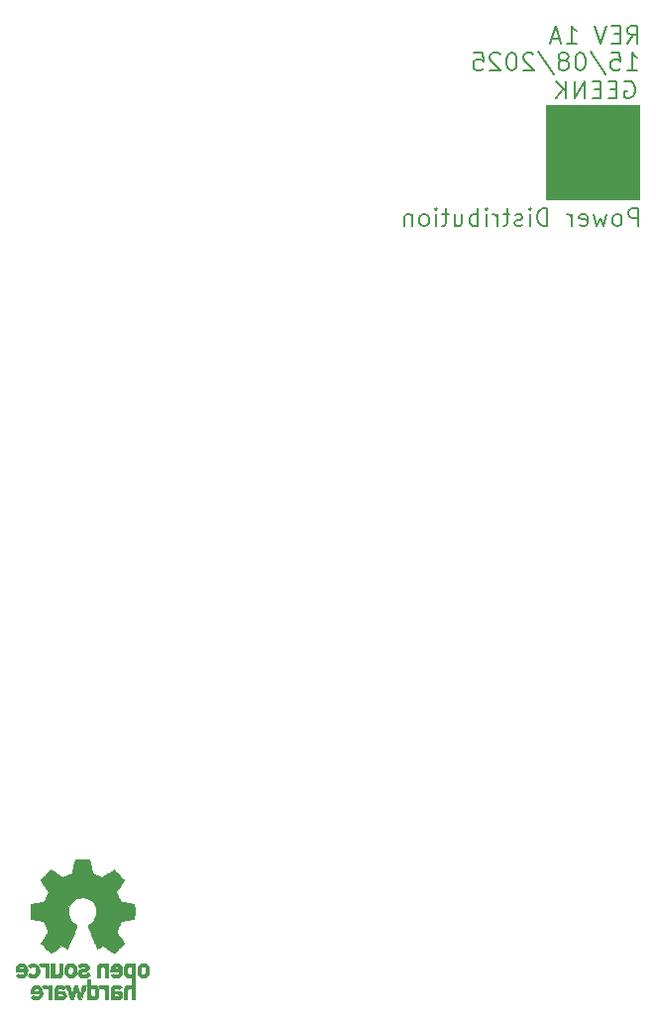
<source format=gbr>
%TF.GenerationSoftware,KiCad,Pcbnew,9.0.3-9.0.3-0~ubuntu24.04.1*%
%TF.CreationDate,2025-08-28T08:20:23-04:00*%
%TF.ProjectId,power distribution,706f7765-7220-4646-9973-747269627574,rev?*%
%TF.SameCoordinates,Original*%
%TF.FileFunction,Legend,Bot*%
%TF.FilePolarity,Positive*%
%FSLAX46Y46*%
G04 Gerber Fmt 4.6, Leading zero omitted, Abs format (unit mm)*
G04 Created by KiCad (PCBNEW 9.0.3-9.0.3-0~ubuntu24.04.1) date 2025-08-28 08:20:23*
%MOMM*%
%LPD*%
G01*
G04 APERTURE LIST*
%ADD10C,0.100000*%
%ADD11C,0.187500*%
%ADD12C,0.200000*%
%ADD13C,0.010000*%
G04 APERTURE END LIST*
D10*
X169700000Y-45800000D02*
X177700000Y-45800000D01*
X177700000Y-53800000D01*
X169700000Y-53800000D01*
X169700000Y-45800000D01*
G36*
X169700000Y-45800000D02*
G01*
X177700000Y-45800000D01*
X177700000Y-53800000D01*
X169700000Y-53800000D01*
X169700000Y-45800000D01*
G37*
D11*
X176662359Y-40506678D02*
X177162359Y-39792392D01*
X177519502Y-40506678D02*
X177519502Y-39006678D01*
X177519502Y-39006678D02*
X176948073Y-39006678D01*
X176948073Y-39006678D02*
X176805216Y-39078107D01*
X176805216Y-39078107D02*
X176733787Y-39149535D01*
X176733787Y-39149535D02*
X176662359Y-39292392D01*
X176662359Y-39292392D02*
X176662359Y-39506678D01*
X176662359Y-39506678D02*
X176733787Y-39649535D01*
X176733787Y-39649535D02*
X176805216Y-39720964D01*
X176805216Y-39720964D02*
X176948073Y-39792392D01*
X176948073Y-39792392D02*
X177519502Y-39792392D01*
X176019502Y-39720964D02*
X175519502Y-39720964D01*
X175305216Y-40506678D02*
X176019502Y-40506678D01*
X176019502Y-40506678D02*
X176019502Y-39006678D01*
X176019502Y-39006678D02*
X175305216Y-39006678D01*
X174876644Y-39006678D02*
X174376644Y-40506678D01*
X174376644Y-40506678D02*
X173876644Y-39006678D01*
X171448073Y-40506678D02*
X172305216Y-40506678D01*
X171876645Y-40506678D02*
X171876645Y-39006678D01*
X171876645Y-39006678D02*
X172019502Y-39220964D01*
X172019502Y-39220964D02*
X172162359Y-39363821D01*
X172162359Y-39363821D02*
X172305216Y-39435250D01*
X170876645Y-40078107D02*
X170162360Y-40078107D01*
X171019502Y-40506678D02*
X170519502Y-39006678D01*
X170519502Y-39006678D02*
X170019502Y-40506678D01*
X176433787Y-43778107D02*
X176576645Y-43706678D01*
X176576645Y-43706678D02*
X176790930Y-43706678D01*
X176790930Y-43706678D02*
X177005216Y-43778107D01*
X177005216Y-43778107D02*
X177148073Y-43920964D01*
X177148073Y-43920964D02*
X177219502Y-44063821D01*
X177219502Y-44063821D02*
X177290930Y-44349535D01*
X177290930Y-44349535D02*
X177290930Y-44563821D01*
X177290930Y-44563821D02*
X177219502Y-44849535D01*
X177219502Y-44849535D02*
X177148073Y-44992392D01*
X177148073Y-44992392D02*
X177005216Y-45135250D01*
X177005216Y-45135250D02*
X176790930Y-45206678D01*
X176790930Y-45206678D02*
X176648073Y-45206678D01*
X176648073Y-45206678D02*
X176433787Y-45135250D01*
X176433787Y-45135250D02*
X176362359Y-45063821D01*
X176362359Y-45063821D02*
X176362359Y-44563821D01*
X176362359Y-44563821D02*
X176648073Y-44563821D01*
X175719502Y-44420964D02*
X175219502Y-44420964D01*
X175005216Y-45206678D02*
X175719502Y-45206678D01*
X175719502Y-45206678D02*
X175719502Y-43706678D01*
X175719502Y-43706678D02*
X175005216Y-43706678D01*
X174362359Y-44420964D02*
X173862359Y-44420964D01*
X173648073Y-45206678D02*
X174362359Y-45206678D01*
X174362359Y-45206678D02*
X174362359Y-43706678D01*
X174362359Y-43706678D02*
X173648073Y-43706678D01*
X173005216Y-45206678D02*
X173005216Y-43706678D01*
X173005216Y-43706678D02*
X172148073Y-45206678D01*
X172148073Y-45206678D02*
X172148073Y-43706678D01*
X171433787Y-45206678D02*
X171433787Y-43706678D01*
X170576644Y-45206678D02*
X171219501Y-44349535D01*
X170576644Y-43706678D02*
X171433787Y-44563821D01*
X176633787Y-42806678D02*
X177490930Y-42806678D01*
X177062359Y-42806678D02*
X177062359Y-41306678D01*
X177062359Y-41306678D02*
X177205216Y-41520964D01*
X177205216Y-41520964D02*
X177348073Y-41663821D01*
X177348073Y-41663821D02*
X177490930Y-41735250D01*
X175276645Y-41306678D02*
X175990931Y-41306678D01*
X175990931Y-41306678D02*
X176062359Y-42020964D01*
X176062359Y-42020964D02*
X175990931Y-41949535D01*
X175990931Y-41949535D02*
X175848074Y-41878107D01*
X175848074Y-41878107D02*
X175490931Y-41878107D01*
X175490931Y-41878107D02*
X175348074Y-41949535D01*
X175348074Y-41949535D02*
X175276645Y-42020964D01*
X175276645Y-42020964D02*
X175205216Y-42163821D01*
X175205216Y-42163821D02*
X175205216Y-42520964D01*
X175205216Y-42520964D02*
X175276645Y-42663821D01*
X175276645Y-42663821D02*
X175348074Y-42735250D01*
X175348074Y-42735250D02*
X175490931Y-42806678D01*
X175490931Y-42806678D02*
X175848074Y-42806678D01*
X175848074Y-42806678D02*
X175990931Y-42735250D01*
X175990931Y-42735250D02*
X176062359Y-42663821D01*
X173490931Y-41235250D02*
X174776645Y-43163821D01*
X172705216Y-41306678D02*
X172562359Y-41306678D01*
X172562359Y-41306678D02*
X172419502Y-41378107D01*
X172419502Y-41378107D02*
X172348074Y-41449535D01*
X172348074Y-41449535D02*
X172276645Y-41592392D01*
X172276645Y-41592392D02*
X172205216Y-41878107D01*
X172205216Y-41878107D02*
X172205216Y-42235250D01*
X172205216Y-42235250D02*
X172276645Y-42520964D01*
X172276645Y-42520964D02*
X172348074Y-42663821D01*
X172348074Y-42663821D02*
X172419502Y-42735250D01*
X172419502Y-42735250D02*
X172562359Y-42806678D01*
X172562359Y-42806678D02*
X172705216Y-42806678D01*
X172705216Y-42806678D02*
X172848074Y-42735250D01*
X172848074Y-42735250D02*
X172919502Y-42663821D01*
X172919502Y-42663821D02*
X172990931Y-42520964D01*
X172990931Y-42520964D02*
X173062359Y-42235250D01*
X173062359Y-42235250D02*
X173062359Y-41878107D01*
X173062359Y-41878107D02*
X172990931Y-41592392D01*
X172990931Y-41592392D02*
X172919502Y-41449535D01*
X172919502Y-41449535D02*
X172848074Y-41378107D01*
X172848074Y-41378107D02*
X172705216Y-41306678D01*
X171348074Y-41949535D02*
X171490931Y-41878107D01*
X171490931Y-41878107D02*
X171562360Y-41806678D01*
X171562360Y-41806678D02*
X171633788Y-41663821D01*
X171633788Y-41663821D02*
X171633788Y-41592392D01*
X171633788Y-41592392D02*
X171562360Y-41449535D01*
X171562360Y-41449535D02*
X171490931Y-41378107D01*
X171490931Y-41378107D02*
X171348074Y-41306678D01*
X171348074Y-41306678D02*
X171062360Y-41306678D01*
X171062360Y-41306678D02*
X170919503Y-41378107D01*
X170919503Y-41378107D02*
X170848074Y-41449535D01*
X170848074Y-41449535D02*
X170776645Y-41592392D01*
X170776645Y-41592392D02*
X170776645Y-41663821D01*
X170776645Y-41663821D02*
X170848074Y-41806678D01*
X170848074Y-41806678D02*
X170919503Y-41878107D01*
X170919503Y-41878107D02*
X171062360Y-41949535D01*
X171062360Y-41949535D02*
X171348074Y-41949535D01*
X171348074Y-41949535D02*
X171490931Y-42020964D01*
X171490931Y-42020964D02*
X171562360Y-42092392D01*
X171562360Y-42092392D02*
X171633788Y-42235250D01*
X171633788Y-42235250D02*
X171633788Y-42520964D01*
X171633788Y-42520964D02*
X171562360Y-42663821D01*
X171562360Y-42663821D02*
X171490931Y-42735250D01*
X171490931Y-42735250D02*
X171348074Y-42806678D01*
X171348074Y-42806678D02*
X171062360Y-42806678D01*
X171062360Y-42806678D02*
X170919503Y-42735250D01*
X170919503Y-42735250D02*
X170848074Y-42663821D01*
X170848074Y-42663821D02*
X170776645Y-42520964D01*
X170776645Y-42520964D02*
X170776645Y-42235250D01*
X170776645Y-42235250D02*
X170848074Y-42092392D01*
X170848074Y-42092392D02*
X170919503Y-42020964D01*
X170919503Y-42020964D02*
X171062360Y-41949535D01*
X169062360Y-41235250D02*
X170348074Y-43163821D01*
X168633788Y-41449535D02*
X168562360Y-41378107D01*
X168562360Y-41378107D02*
X168419503Y-41306678D01*
X168419503Y-41306678D02*
X168062360Y-41306678D01*
X168062360Y-41306678D02*
X167919503Y-41378107D01*
X167919503Y-41378107D02*
X167848074Y-41449535D01*
X167848074Y-41449535D02*
X167776645Y-41592392D01*
X167776645Y-41592392D02*
X167776645Y-41735250D01*
X167776645Y-41735250D02*
X167848074Y-41949535D01*
X167848074Y-41949535D02*
X168705217Y-42806678D01*
X168705217Y-42806678D02*
X167776645Y-42806678D01*
X166848074Y-41306678D02*
X166705217Y-41306678D01*
X166705217Y-41306678D02*
X166562360Y-41378107D01*
X166562360Y-41378107D02*
X166490932Y-41449535D01*
X166490932Y-41449535D02*
X166419503Y-41592392D01*
X166419503Y-41592392D02*
X166348074Y-41878107D01*
X166348074Y-41878107D02*
X166348074Y-42235250D01*
X166348074Y-42235250D02*
X166419503Y-42520964D01*
X166419503Y-42520964D02*
X166490932Y-42663821D01*
X166490932Y-42663821D02*
X166562360Y-42735250D01*
X166562360Y-42735250D02*
X166705217Y-42806678D01*
X166705217Y-42806678D02*
X166848074Y-42806678D01*
X166848074Y-42806678D02*
X166990932Y-42735250D01*
X166990932Y-42735250D02*
X167062360Y-42663821D01*
X167062360Y-42663821D02*
X167133789Y-42520964D01*
X167133789Y-42520964D02*
X167205217Y-42235250D01*
X167205217Y-42235250D02*
X167205217Y-41878107D01*
X167205217Y-41878107D02*
X167133789Y-41592392D01*
X167133789Y-41592392D02*
X167062360Y-41449535D01*
X167062360Y-41449535D02*
X166990932Y-41378107D01*
X166990932Y-41378107D02*
X166848074Y-41306678D01*
X165776646Y-41449535D02*
X165705218Y-41378107D01*
X165705218Y-41378107D02*
X165562361Y-41306678D01*
X165562361Y-41306678D02*
X165205218Y-41306678D01*
X165205218Y-41306678D02*
X165062361Y-41378107D01*
X165062361Y-41378107D02*
X164990932Y-41449535D01*
X164990932Y-41449535D02*
X164919503Y-41592392D01*
X164919503Y-41592392D02*
X164919503Y-41735250D01*
X164919503Y-41735250D02*
X164990932Y-41949535D01*
X164990932Y-41949535D02*
X165848075Y-42806678D01*
X165848075Y-42806678D02*
X164919503Y-42806678D01*
X163562361Y-41306678D02*
X164276647Y-41306678D01*
X164276647Y-41306678D02*
X164348075Y-42020964D01*
X164348075Y-42020964D02*
X164276647Y-41949535D01*
X164276647Y-41949535D02*
X164133790Y-41878107D01*
X164133790Y-41878107D02*
X163776647Y-41878107D01*
X163776647Y-41878107D02*
X163633790Y-41949535D01*
X163633790Y-41949535D02*
X163562361Y-42020964D01*
X163562361Y-42020964D02*
X163490932Y-42163821D01*
X163490932Y-42163821D02*
X163490932Y-42520964D01*
X163490932Y-42520964D02*
X163562361Y-42663821D01*
X163562361Y-42663821D02*
X163633790Y-42735250D01*
X163633790Y-42735250D02*
X163776647Y-42806678D01*
X163776647Y-42806678D02*
X164133790Y-42806678D01*
X164133790Y-42806678D02*
X164276647Y-42735250D01*
X164276647Y-42735250D02*
X164348075Y-42663821D01*
D12*
X177611279Y-56106028D02*
X177611279Y-54606028D01*
X177611279Y-54606028D02*
X177039850Y-54606028D01*
X177039850Y-54606028D02*
X176896993Y-54677457D01*
X176896993Y-54677457D02*
X176825564Y-54748885D01*
X176825564Y-54748885D02*
X176754136Y-54891742D01*
X176754136Y-54891742D02*
X176754136Y-55106028D01*
X176754136Y-55106028D02*
X176825564Y-55248885D01*
X176825564Y-55248885D02*
X176896993Y-55320314D01*
X176896993Y-55320314D02*
X177039850Y-55391742D01*
X177039850Y-55391742D02*
X177611279Y-55391742D01*
X175896993Y-56106028D02*
X176039850Y-56034600D01*
X176039850Y-56034600D02*
X176111279Y-55963171D01*
X176111279Y-55963171D02*
X176182707Y-55820314D01*
X176182707Y-55820314D02*
X176182707Y-55391742D01*
X176182707Y-55391742D02*
X176111279Y-55248885D01*
X176111279Y-55248885D02*
X176039850Y-55177457D01*
X176039850Y-55177457D02*
X175896993Y-55106028D01*
X175896993Y-55106028D02*
X175682707Y-55106028D01*
X175682707Y-55106028D02*
X175539850Y-55177457D01*
X175539850Y-55177457D02*
X175468422Y-55248885D01*
X175468422Y-55248885D02*
X175396993Y-55391742D01*
X175396993Y-55391742D02*
X175396993Y-55820314D01*
X175396993Y-55820314D02*
X175468422Y-55963171D01*
X175468422Y-55963171D02*
X175539850Y-56034600D01*
X175539850Y-56034600D02*
X175682707Y-56106028D01*
X175682707Y-56106028D02*
X175896993Y-56106028D01*
X174896993Y-55106028D02*
X174611279Y-56106028D01*
X174611279Y-56106028D02*
X174325564Y-55391742D01*
X174325564Y-55391742D02*
X174039850Y-56106028D01*
X174039850Y-56106028D02*
X173754136Y-55106028D01*
X172611278Y-56034600D02*
X172754135Y-56106028D01*
X172754135Y-56106028D02*
X173039850Y-56106028D01*
X173039850Y-56106028D02*
X173182707Y-56034600D01*
X173182707Y-56034600D02*
X173254135Y-55891742D01*
X173254135Y-55891742D02*
X173254135Y-55320314D01*
X173254135Y-55320314D02*
X173182707Y-55177457D01*
X173182707Y-55177457D02*
X173039850Y-55106028D01*
X173039850Y-55106028D02*
X172754135Y-55106028D01*
X172754135Y-55106028D02*
X172611278Y-55177457D01*
X172611278Y-55177457D02*
X172539850Y-55320314D01*
X172539850Y-55320314D02*
X172539850Y-55463171D01*
X172539850Y-55463171D02*
X173254135Y-55606028D01*
X171896993Y-56106028D02*
X171896993Y-55106028D01*
X171896993Y-55391742D02*
X171825564Y-55248885D01*
X171825564Y-55248885D02*
X171754136Y-55177457D01*
X171754136Y-55177457D02*
X171611278Y-55106028D01*
X171611278Y-55106028D02*
X171468421Y-55106028D01*
X169825565Y-56106028D02*
X169825565Y-54606028D01*
X169825565Y-54606028D02*
X169468422Y-54606028D01*
X169468422Y-54606028D02*
X169254136Y-54677457D01*
X169254136Y-54677457D02*
X169111279Y-54820314D01*
X169111279Y-54820314D02*
X169039850Y-54963171D01*
X169039850Y-54963171D02*
X168968422Y-55248885D01*
X168968422Y-55248885D02*
X168968422Y-55463171D01*
X168968422Y-55463171D02*
X169039850Y-55748885D01*
X169039850Y-55748885D02*
X169111279Y-55891742D01*
X169111279Y-55891742D02*
X169254136Y-56034600D01*
X169254136Y-56034600D02*
X169468422Y-56106028D01*
X169468422Y-56106028D02*
X169825565Y-56106028D01*
X168325565Y-56106028D02*
X168325565Y-55106028D01*
X168325565Y-54606028D02*
X168396993Y-54677457D01*
X168396993Y-54677457D02*
X168325565Y-54748885D01*
X168325565Y-54748885D02*
X168254136Y-54677457D01*
X168254136Y-54677457D02*
X168325565Y-54606028D01*
X168325565Y-54606028D02*
X168325565Y-54748885D01*
X167682707Y-56034600D02*
X167539850Y-56106028D01*
X167539850Y-56106028D02*
X167254136Y-56106028D01*
X167254136Y-56106028D02*
X167111279Y-56034600D01*
X167111279Y-56034600D02*
X167039850Y-55891742D01*
X167039850Y-55891742D02*
X167039850Y-55820314D01*
X167039850Y-55820314D02*
X167111279Y-55677457D01*
X167111279Y-55677457D02*
X167254136Y-55606028D01*
X167254136Y-55606028D02*
X167468422Y-55606028D01*
X167468422Y-55606028D02*
X167611279Y-55534600D01*
X167611279Y-55534600D02*
X167682707Y-55391742D01*
X167682707Y-55391742D02*
X167682707Y-55320314D01*
X167682707Y-55320314D02*
X167611279Y-55177457D01*
X167611279Y-55177457D02*
X167468422Y-55106028D01*
X167468422Y-55106028D02*
X167254136Y-55106028D01*
X167254136Y-55106028D02*
X167111279Y-55177457D01*
X166611278Y-55106028D02*
X166039850Y-55106028D01*
X166396993Y-54606028D02*
X166396993Y-55891742D01*
X166396993Y-55891742D02*
X166325564Y-56034600D01*
X166325564Y-56034600D02*
X166182707Y-56106028D01*
X166182707Y-56106028D02*
X166039850Y-56106028D01*
X165539850Y-56106028D02*
X165539850Y-55106028D01*
X165539850Y-55391742D02*
X165468421Y-55248885D01*
X165468421Y-55248885D02*
X165396993Y-55177457D01*
X165396993Y-55177457D02*
X165254135Y-55106028D01*
X165254135Y-55106028D02*
X165111278Y-55106028D01*
X164611279Y-56106028D02*
X164611279Y-55106028D01*
X164611279Y-54606028D02*
X164682707Y-54677457D01*
X164682707Y-54677457D02*
X164611279Y-54748885D01*
X164611279Y-54748885D02*
X164539850Y-54677457D01*
X164539850Y-54677457D02*
X164611279Y-54606028D01*
X164611279Y-54606028D02*
X164611279Y-54748885D01*
X163896993Y-56106028D02*
X163896993Y-54606028D01*
X163896993Y-55177457D02*
X163754136Y-55106028D01*
X163754136Y-55106028D02*
X163468421Y-55106028D01*
X163468421Y-55106028D02*
X163325564Y-55177457D01*
X163325564Y-55177457D02*
X163254136Y-55248885D01*
X163254136Y-55248885D02*
X163182707Y-55391742D01*
X163182707Y-55391742D02*
X163182707Y-55820314D01*
X163182707Y-55820314D02*
X163254136Y-55963171D01*
X163254136Y-55963171D02*
X163325564Y-56034600D01*
X163325564Y-56034600D02*
X163468421Y-56106028D01*
X163468421Y-56106028D02*
X163754136Y-56106028D01*
X163754136Y-56106028D02*
X163896993Y-56034600D01*
X161896993Y-55106028D02*
X161896993Y-56106028D01*
X162539850Y-55106028D02*
X162539850Y-55891742D01*
X162539850Y-55891742D02*
X162468421Y-56034600D01*
X162468421Y-56034600D02*
X162325564Y-56106028D01*
X162325564Y-56106028D02*
X162111278Y-56106028D01*
X162111278Y-56106028D02*
X161968421Y-56034600D01*
X161968421Y-56034600D02*
X161896993Y-55963171D01*
X161396992Y-55106028D02*
X160825564Y-55106028D01*
X161182707Y-54606028D02*
X161182707Y-55891742D01*
X161182707Y-55891742D02*
X161111278Y-56034600D01*
X161111278Y-56034600D02*
X160968421Y-56106028D01*
X160968421Y-56106028D02*
X160825564Y-56106028D01*
X160325564Y-56106028D02*
X160325564Y-55106028D01*
X160325564Y-54606028D02*
X160396992Y-54677457D01*
X160396992Y-54677457D02*
X160325564Y-54748885D01*
X160325564Y-54748885D02*
X160254135Y-54677457D01*
X160254135Y-54677457D02*
X160325564Y-54606028D01*
X160325564Y-54606028D02*
X160325564Y-54748885D01*
X159396992Y-56106028D02*
X159539849Y-56034600D01*
X159539849Y-56034600D02*
X159611278Y-55963171D01*
X159611278Y-55963171D02*
X159682706Y-55820314D01*
X159682706Y-55820314D02*
X159682706Y-55391742D01*
X159682706Y-55391742D02*
X159611278Y-55248885D01*
X159611278Y-55248885D02*
X159539849Y-55177457D01*
X159539849Y-55177457D02*
X159396992Y-55106028D01*
X159396992Y-55106028D02*
X159182706Y-55106028D01*
X159182706Y-55106028D02*
X159039849Y-55177457D01*
X159039849Y-55177457D02*
X158968421Y-55248885D01*
X158968421Y-55248885D02*
X158896992Y-55391742D01*
X158896992Y-55391742D02*
X158896992Y-55820314D01*
X158896992Y-55820314D02*
X158968421Y-55963171D01*
X158968421Y-55963171D02*
X159039849Y-56034600D01*
X159039849Y-56034600D02*
X159182706Y-56106028D01*
X159182706Y-56106028D02*
X159396992Y-56106028D01*
X158254135Y-55106028D02*
X158254135Y-56106028D01*
X158254135Y-55248885D02*
X158182706Y-55177457D01*
X158182706Y-55177457D02*
X158039849Y-55106028D01*
X158039849Y-55106028D02*
X157825563Y-55106028D01*
X157825563Y-55106028D02*
X157682706Y-55177457D01*
X157682706Y-55177457D02*
X157611278Y-55320314D01*
X157611278Y-55320314D02*
X157611278Y-56106028D01*
D13*
%TO.C,REF\u002A\u002A*%
X126707842Y-119079381D02*
X126768889Y-119098439D01*
X126844069Y-119130115D01*
X126880469Y-119147138D01*
X126906740Y-119150215D01*
X126912549Y-119126620D01*
X126912555Y-119125952D01*
X126924856Y-119103426D01*
X126967281Y-119091879D01*
X127049510Y-119088628D01*
X127186471Y-119088628D01*
X127186471Y-120283922D01*
X126912549Y-120283922D01*
X126912549Y-119459779D01*
X126844454Y-119396670D01*
X126823180Y-119378735D01*
X126759811Y-119348091D01*
X126681776Y-119346863D01*
X126575520Y-119373903D01*
X126539701Y-119375615D01*
X126497683Y-119349383D01*
X126441757Y-119287035D01*
X126414628Y-119252547D01*
X126382543Y-119203852D01*
X126377599Y-119172855D01*
X126395563Y-119146707D01*
X126450710Y-119113641D01*
X126536363Y-119087472D01*
X126629292Y-119074496D01*
X126707842Y-119079381D01*
G36*
X126707842Y-119079381D02*
G01*
X126768889Y-119098439D01*
X126844069Y-119130115D01*
X126880469Y-119147138D01*
X126906740Y-119150215D01*
X126912549Y-119126620D01*
X126912555Y-119125952D01*
X126924856Y-119103426D01*
X126967281Y-119091879D01*
X127049510Y-119088628D01*
X127186471Y-119088628D01*
X127186471Y-120283922D01*
X126912549Y-120283922D01*
X126912549Y-119459779D01*
X126844454Y-119396670D01*
X126823180Y-119378735D01*
X126759811Y-119348091D01*
X126681776Y-119346863D01*
X126575520Y-119373903D01*
X126539701Y-119375615D01*
X126497683Y-119349383D01*
X126441757Y-119287035D01*
X126414628Y-119252547D01*
X126382543Y-119203852D01*
X126377599Y-119172855D01*
X126395563Y-119146707D01*
X126450710Y-119113641D01*
X126536363Y-119087472D01*
X126629292Y-119074496D01*
X126707842Y-119079381D01*
G37*
X127070525Y-120972675D02*
X127145760Y-121007886D01*
X127211373Y-121059497D01*
X127211373Y-121007886D01*
X127213008Y-120988290D01*
X127228221Y-120967513D01*
X127269362Y-120958337D01*
X127348334Y-120956275D01*
X127485295Y-120956275D01*
X127485295Y-122176471D01*
X127211373Y-122176471D01*
X127211373Y-121779211D01*
X127211340Y-121756405D01*
X127209003Y-121596089D01*
X127203268Y-121465500D01*
X127194544Y-121371314D01*
X127183241Y-121320208D01*
X127172862Y-121300915D01*
X127108968Y-121240406D01*
X127021937Y-121213622D01*
X126926904Y-121226117D01*
X126903594Y-121234586D01*
X126853937Y-121249555D01*
X126819999Y-121244907D01*
X126785850Y-121214479D01*
X126735559Y-121152111D01*
X126653992Y-121049123D01*
X126711323Y-121002699D01*
X126765823Y-120974755D01*
X126861554Y-120955883D01*
X126969456Y-120955265D01*
X127070525Y-120972675D01*
G36*
X127070525Y-120972675D02*
G01*
X127145760Y-121007886D01*
X127211373Y-121059497D01*
X127211373Y-121007886D01*
X127213008Y-120988290D01*
X127228221Y-120967513D01*
X127269362Y-120958337D01*
X127348334Y-120956275D01*
X127485295Y-120956275D01*
X127485295Y-122176471D01*
X127211373Y-122176471D01*
X127211373Y-121779211D01*
X127211340Y-121756405D01*
X127209003Y-121596089D01*
X127203268Y-121465500D01*
X127194544Y-121371314D01*
X127183241Y-121320208D01*
X127172862Y-121300915D01*
X127108968Y-121240406D01*
X127021937Y-121213622D01*
X126926904Y-121226117D01*
X126903594Y-121234586D01*
X126853937Y-121249555D01*
X126819999Y-121244907D01*
X126785850Y-121214479D01*
X126735559Y-121152111D01*
X126653992Y-121049123D01*
X126711323Y-121002699D01*
X126765823Y-120974755D01*
X126861554Y-120955883D01*
X126969456Y-120955265D01*
X127070525Y-120972675D01*
G37*
X132266471Y-122176471D02*
X132017451Y-122176471D01*
X132017451Y-121792111D01*
X132017176Y-121702706D01*
X132014344Y-121554629D01*
X132007176Y-121445003D01*
X131994116Y-121366252D01*
X131973608Y-121310798D01*
X131944098Y-121271061D01*
X131904031Y-121239465D01*
X131860290Y-121215921D01*
X131808496Y-121209246D01*
X131734831Y-121224090D01*
X131711159Y-121230271D01*
X131652069Y-121239572D01*
X131609818Y-121226245D01*
X131560848Y-121184996D01*
X131551555Y-121176026D01*
X131500179Y-121120534D01*
X131467047Y-121075415D01*
X131462502Y-121064545D01*
X131471508Y-121024409D01*
X131517174Y-120992320D01*
X131589246Y-120969799D01*
X131677471Y-120958367D01*
X131771594Y-120959544D01*
X131861362Y-120974850D01*
X131936520Y-121005806D01*
X131960343Y-121020260D01*
X132000449Y-121041417D01*
X132015296Y-121036572D01*
X132017451Y-121005712D01*
X132017957Y-120994633D01*
X132029970Y-120970091D01*
X132067236Y-120958921D01*
X132141961Y-120956275D01*
X132266471Y-120956275D01*
X132266471Y-122176471D01*
G36*
X132266471Y-122176471D02*
G01*
X132017451Y-122176471D01*
X132017451Y-121792111D01*
X132017176Y-121702706D01*
X132014344Y-121554629D01*
X132007176Y-121445003D01*
X131994116Y-121366252D01*
X131973608Y-121310798D01*
X131944098Y-121271061D01*
X131904031Y-121239465D01*
X131860290Y-121215921D01*
X131808496Y-121209246D01*
X131734831Y-121224090D01*
X131711159Y-121230271D01*
X131652069Y-121239572D01*
X131609818Y-121226245D01*
X131560848Y-121184996D01*
X131551555Y-121176026D01*
X131500179Y-121120534D01*
X131467047Y-121075415D01*
X131462502Y-121064545D01*
X131471508Y-121024409D01*
X131517174Y-120992320D01*
X131589246Y-120969799D01*
X131677471Y-120958367D01*
X131771594Y-120959544D01*
X131861362Y-120974850D01*
X131936520Y-121005806D01*
X131960343Y-121020260D01*
X132000449Y-121041417D01*
X132015296Y-121036572D01*
X132017451Y-121005712D01*
X132017957Y-120994633D01*
X132029970Y-120970091D01*
X132067236Y-120958921D01*
X132141961Y-120956275D01*
X132266471Y-120956275D01*
X132266471Y-122176471D01*
G37*
X127684510Y-119476245D02*
X127686611Y-119650624D01*
X127694833Y-119791460D01*
X127711491Y-119893825D01*
X127738891Y-119963458D01*
X127779343Y-120006093D01*
X127835152Y-120027468D01*
X127908628Y-120033318D01*
X127978783Y-120028097D01*
X128035443Y-120007659D01*
X128076626Y-119966254D01*
X128104640Y-119898147D01*
X128121793Y-119797600D01*
X128130392Y-119658879D01*
X128132746Y-119476245D01*
X128132746Y-119088628D01*
X128381765Y-119088628D01*
X128381765Y-119555928D01*
X128381338Y-119680659D01*
X128378018Y-119841955D01*
X128369687Y-119964965D01*
X128354326Y-120056729D01*
X128329919Y-120124291D01*
X128294447Y-120174691D01*
X128245892Y-120214971D01*
X128182235Y-120252174D01*
X128048562Y-120299270D01*
X127909055Y-120302342D01*
X127777524Y-120258971D01*
X127720135Y-120230857D01*
X127691664Y-120226654D01*
X127684510Y-120246520D01*
X127672632Y-120268826D01*
X127630116Y-120280576D01*
X127547549Y-120283922D01*
X127410589Y-120283922D01*
X127410589Y-119088628D01*
X127684510Y-119088628D01*
X127684510Y-119476245D01*
G36*
X127684510Y-119476245D02*
G01*
X127686611Y-119650624D01*
X127694833Y-119791460D01*
X127711491Y-119893825D01*
X127738891Y-119963458D01*
X127779343Y-120006093D01*
X127835152Y-120027468D01*
X127908628Y-120033318D01*
X127978783Y-120028097D01*
X128035443Y-120007659D01*
X128076626Y-119966254D01*
X128104640Y-119898147D01*
X128121793Y-119797600D01*
X128130392Y-119658879D01*
X128132746Y-119476245D01*
X128132746Y-119088628D01*
X128381765Y-119088628D01*
X128381765Y-119555928D01*
X128381338Y-119680659D01*
X128378018Y-119841955D01*
X128369687Y-119964965D01*
X128354326Y-120056729D01*
X128329919Y-120124291D01*
X128294447Y-120174691D01*
X128245892Y-120214971D01*
X128182235Y-120252174D01*
X128048562Y-120299270D01*
X127909055Y-120302342D01*
X127777524Y-120258971D01*
X127720135Y-120230857D01*
X127691664Y-120226654D01*
X127684510Y-120246520D01*
X127672632Y-120268826D01*
X127630116Y-120280576D01*
X127547549Y-120283922D01*
X127410589Y-120283922D01*
X127410589Y-119088628D01*
X127684510Y-119088628D01*
X127684510Y-119476245D01*
G37*
X131847906Y-119086271D02*
X131961422Y-119121937D01*
X132011473Y-119146177D01*
X132036646Y-119148681D01*
X132042353Y-119126620D01*
X132042359Y-119125952D01*
X132054660Y-119103426D01*
X132097084Y-119091879D01*
X132179314Y-119088628D01*
X132316275Y-119088628D01*
X132316275Y-120283922D01*
X132042353Y-120283922D01*
X132042353Y-119871907D01*
X132042166Y-119732779D01*
X132040885Y-119618493D01*
X132037458Y-119538519D01*
X132030832Y-119484708D01*
X132019954Y-119448912D01*
X132003771Y-119422982D01*
X131981230Y-119398770D01*
X131950527Y-119373017D01*
X131862239Y-119338416D01*
X131769565Y-119348571D01*
X131684671Y-119403298D01*
X131660406Y-119428768D01*
X131642987Y-119454545D01*
X131631304Y-119488848D01*
X131624212Y-119539933D01*
X131620564Y-119616056D01*
X131619215Y-119725471D01*
X131619020Y-119876435D01*
X131619020Y-120283922D01*
X131345098Y-120283922D01*
X131345645Y-119841912D01*
X131345682Y-119822223D01*
X131348058Y-119634209D01*
X131355353Y-119488159D01*
X131369445Y-119376971D01*
X131392207Y-119293544D01*
X131425514Y-119230775D01*
X131471241Y-119181561D01*
X131531264Y-119138802D01*
X131593240Y-119109199D01*
X131718055Y-119082305D01*
X131847906Y-119086271D01*
G36*
X131847906Y-119086271D02*
G01*
X131961422Y-119121937D01*
X132011473Y-119146177D01*
X132036646Y-119148681D01*
X132042353Y-119126620D01*
X132042359Y-119125952D01*
X132054660Y-119103426D01*
X132097084Y-119091879D01*
X132179314Y-119088628D01*
X132316275Y-119088628D01*
X132316275Y-120283922D01*
X132042353Y-120283922D01*
X132042353Y-119871907D01*
X132042166Y-119732779D01*
X132040885Y-119618493D01*
X132037458Y-119538519D01*
X132030832Y-119484708D01*
X132019954Y-119448912D01*
X132003771Y-119422982D01*
X131981230Y-119398770D01*
X131950527Y-119373017D01*
X131862239Y-119338416D01*
X131769565Y-119348571D01*
X131684671Y-119403298D01*
X131660406Y-119428768D01*
X131642987Y-119454545D01*
X131631304Y-119488848D01*
X131624212Y-119539933D01*
X131620564Y-119616056D01*
X131619215Y-119725471D01*
X131619020Y-119876435D01*
X131619020Y-120283922D01*
X131345098Y-120283922D01*
X131345645Y-119841912D01*
X131345682Y-119822223D01*
X131348058Y-119634209D01*
X131355353Y-119488159D01*
X131369445Y-119376971D01*
X131392207Y-119293544D01*
X131425514Y-119230775D01*
X131471241Y-119181561D01*
X131531264Y-119138802D01*
X131593240Y-119109199D01*
X131718055Y-119082305D01*
X131847906Y-119086271D01*
G37*
X126007341Y-119094329D02*
X126143218Y-119147267D01*
X126258135Y-119234655D01*
X126343013Y-119354680D01*
X126348745Y-119366918D01*
X126385135Y-119486281D01*
X126403316Y-119628864D01*
X126403173Y-119777318D01*
X126384590Y-119914297D01*
X126347452Y-120022451D01*
X126301599Y-120097831D01*
X126200669Y-120204620D01*
X126074469Y-120272500D01*
X125966497Y-120299950D01*
X125802088Y-120302947D01*
X125644764Y-120261549D01*
X125505251Y-120177546D01*
X125414954Y-120103116D01*
X125496284Y-120019205D01*
X125547665Y-119969496D01*
X125594141Y-119941820D01*
X125637235Y-119947914D01*
X125692353Y-119985098D01*
X125714331Y-119999655D01*
X125807178Y-120029449D01*
X125913895Y-120029431D01*
X126013808Y-119998723D01*
X126051429Y-119974064D01*
X126106613Y-119901245D01*
X126134278Y-119794290D01*
X126136058Y-119648517D01*
X126136053Y-119648435D01*
X126115470Y-119518014D01*
X126070128Y-119427587D01*
X125995518Y-119371652D01*
X125887128Y-119344704D01*
X125818871Y-119341079D01*
X125759231Y-119355921D01*
X125698065Y-119398918D01*
X125618912Y-119465520D01*
X125518672Y-119384965D01*
X125482050Y-119354105D01*
X125436307Y-119309889D01*
X125418432Y-119283832D01*
X125424762Y-119272089D01*
X125461221Y-119236036D01*
X125519301Y-119190185D01*
X125564744Y-119160348D01*
X125709024Y-119099056D01*
X125859583Y-119077654D01*
X126007341Y-119094329D01*
G36*
X126007341Y-119094329D02*
G01*
X126143218Y-119147267D01*
X126258135Y-119234655D01*
X126343013Y-119354680D01*
X126348745Y-119366918D01*
X126385135Y-119486281D01*
X126403316Y-119628864D01*
X126403173Y-119777318D01*
X126384590Y-119914297D01*
X126347452Y-120022451D01*
X126301599Y-120097831D01*
X126200669Y-120204620D01*
X126074469Y-120272500D01*
X125966497Y-120299950D01*
X125802088Y-120302947D01*
X125644764Y-120261549D01*
X125505251Y-120177546D01*
X125414954Y-120103116D01*
X125496284Y-120019205D01*
X125547665Y-119969496D01*
X125594141Y-119941820D01*
X125637235Y-119947914D01*
X125692353Y-119985098D01*
X125714331Y-119999655D01*
X125807178Y-120029449D01*
X125913895Y-120029431D01*
X126013808Y-119998723D01*
X126051429Y-119974064D01*
X126106613Y-119901245D01*
X126134278Y-119794290D01*
X126136058Y-119648517D01*
X126136053Y-119648435D01*
X126115470Y-119518014D01*
X126070128Y-119427587D01*
X125995518Y-119371652D01*
X125887128Y-119344704D01*
X125818871Y-119341079D01*
X125759231Y-119355921D01*
X125698065Y-119398918D01*
X125618912Y-119465520D01*
X125518672Y-119384965D01*
X125482050Y-119354105D01*
X125436307Y-119309889D01*
X125418432Y-119283832D01*
X125424762Y-119272089D01*
X125461221Y-119236036D01*
X125519301Y-119190185D01*
X125564744Y-119160348D01*
X125709024Y-119099056D01*
X125859583Y-119077654D01*
X126007341Y-119094329D01*
G37*
X129570953Y-119772173D02*
X129564005Y-119850982D01*
X129533299Y-120001438D01*
X129478376Y-120116246D01*
X129394780Y-120202966D01*
X129278058Y-120269155D01*
X129232739Y-120284908D01*
X129115373Y-120304562D01*
X128991866Y-120304027D01*
X128887651Y-120282439D01*
X128885603Y-120281655D01*
X128801618Y-120232251D01*
X128716770Y-120155770D01*
X128646366Y-120068311D01*
X128605714Y-119985969D01*
X128593663Y-119925779D01*
X128583346Y-119813084D01*
X128581617Y-119712632D01*
X128832502Y-119712632D01*
X128847500Y-119833119D01*
X128882735Y-119932123D01*
X128936117Y-119996815D01*
X128956350Y-120007922D01*
X129033506Y-120028111D01*
X129122749Y-120032265D01*
X129197828Y-120018235D01*
X129227132Y-119998116D01*
X129268264Y-119927760D01*
X129294146Y-119817645D01*
X129303138Y-119673145D01*
X129302994Y-119631549D01*
X129299870Y-119547264D01*
X129289482Y-119492281D01*
X129267688Y-119451655D01*
X129230347Y-119410437D01*
X129159293Y-119360481D01*
X129066791Y-119340057D01*
X128977418Y-119359509D01*
X128903210Y-119415771D01*
X128856201Y-119505775D01*
X128839828Y-119583494D01*
X128832502Y-119712632D01*
X128581617Y-119712632D01*
X128581137Y-119684738D01*
X128586672Y-119556993D01*
X128599588Y-119446101D01*
X128619522Y-119368315D01*
X128665953Y-119280245D01*
X128764498Y-119171959D01*
X128890453Y-119103364D01*
X129040074Y-119076213D01*
X129209615Y-119092259D01*
X129237825Y-119099094D01*
X129369201Y-119158040D01*
X129468198Y-119254814D01*
X129534820Y-119389423D01*
X129569070Y-119561874D01*
X129570067Y-119673145D01*
X129570953Y-119772173D01*
G36*
X129570953Y-119772173D02*
G01*
X129564005Y-119850982D01*
X129533299Y-120001438D01*
X129478376Y-120116246D01*
X129394780Y-120202966D01*
X129278058Y-120269155D01*
X129232739Y-120284908D01*
X129115373Y-120304562D01*
X128991866Y-120304027D01*
X128887651Y-120282439D01*
X128885603Y-120281655D01*
X128801618Y-120232251D01*
X128716770Y-120155770D01*
X128646366Y-120068311D01*
X128605714Y-119985969D01*
X128593663Y-119925779D01*
X128583346Y-119813084D01*
X128581617Y-119712632D01*
X128832502Y-119712632D01*
X128847500Y-119833119D01*
X128882735Y-119932123D01*
X128936117Y-119996815D01*
X128956350Y-120007922D01*
X129033506Y-120028111D01*
X129122749Y-120032265D01*
X129197828Y-120018235D01*
X129227132Y-119998116D01*
X129268264Y-119927760D01*
X129294146Y-119817645D01*
X129303138Y-119673145D01*
X129302994Y-119631549D01*
X129299870Y-119547264D01*
X129289482Y-119492281D01*
X129267688Y-119451655D01*
X129230347Y-119410437D01*
X129159293Y-119360481D01*
X129066791Y-119340057D01*
X128977418Y-119359509D01*
X128903210Y-119415771D01*
X128856201Y-119505775D01*
X128839828Y-119583494D01*
X128832502Y-119712632D01*
X128581617Y-119712632D01*
X128581137Y-119684738D01*
X128586672Y-119556993D01*
X128599588Y-119446101D01*
X128619522Y-119368315D01*
X128665953Y-119280245D01*
X128764498Y-119171959D01*
X128890453Y-119103364D01*
X129040074Y-119076213D01*
X129209615Y-119092259D01*
X129237825Y-119099094D01*
X129369201Y-119158040D01*
X129468198Y-119254814D01*
X129534820Y-119389423D01*
X129569070Y-119561874D01*
X129570067Y-119673145D01*
X129570953Y-119772173D01*
G37*
X129769270Y-121347297D02*
X129802936Y-121447741D01*
X129842761Y-121558935D01*
X129876017Y-121643172D01*
X129899954Y-121693587D01*
X129911824Y-121703318D01*
X129914688Y-121694856D01*
X129930191Y-121642953D01*
X129954883Y-121556265D01*
X129986023Y-121444497D01*
X130020870Y-121317353D01*
X130115674Y-120968726D01*
X130260426Y-120961163D01*
X130272645Y-120960557D01*
X130350703Y-120959755D01*
X130388212Y-120967768D01*
X130392989Y-120986065D01*
X130386955Y-121003934D01*
X130367103Y-121065095D01*
X130336023Y-121161960D01*
X130295930Y-121287602D01*
X130249037Y-121435091D01*
X130197561Y-121597500D01*
X130014321Y-122176471D01*
X129785105Y-122176471D01*
X129677101Y-121809167D01*
X129657158Y-121741720D01*
X129620300Y-121619101D01*
X129588805Y-121516930D01*
X129565510Y-121444336D01*
X129553250Y-121410446D01*
X129549757Y-121407918D01*
X129532758Y-121429778D01*
X129508489Y-121487586D01*
X129480982Y-121572309D01*
X129479528Y-121577285D01*
X129442700Y-121702322D01*
X129400562Y-121843896D01*
X129361950Y-121972316D01*
X129299339Y-122179044D01*
X129068411Y-122164020D01*
X128961470Y-121827843D01*
X128914519Y-121680128D01*
X128861926Y-121514458D01*
X128811565Y-121355638D01*
X128769878Y-121223971D01*
X128685227Y-120956275D01*
X128968429Y-120956275D01*
X129037072Y-121211520D01*
X129055321Y-121278963D01*
X129089833Y-121404697D01*
X129121793Y-121519083D01*
X129146089Y-121603726D01*
X129186463Y-121740686D01*
X129315224Y-121354706D01*
X129443986Y-120968726D01*
X129542472Y-120961332D01*
X129640959Y-120953939D01*
X129769270Y-121347297D01*
G36*
X129769270Y-121347297D02*
G01*
X129802936Y-121447741D01*
X129842761Y-121558935D01*
X129876017Y-121643172D01*
X129899954Y-121693587D01*
X129911824Y-121703318D01*
X129914688Y-121694856D01*
X129930191Y-121642953D01*
X129954883Y-121556265D01*
X129986023Y-121444497D01*
X130020870Y-121317353D01*
X130115674Y-120968726D01*
X130260426Y-120961163D01*
X130272645Y-120960557D01*
X130350703Y-120959755D01*
X130388212Y-120967768D01*
X130392989Y-120986065D01*
X130386955Y-121003934D01*
X130367103Y-121065095D01*
X130336023Y-121161960D01*
X130295930Y-121287602D01*
X130249037Y-121435091D01*
X130197561Y-121597500D01*
X130014321Y-122176471D01*
X129785105Y-122176471D01*
X129677101Y-121809167D01*
X129657158Y-121741720D01*
X129620300Y-121619101D01*
X129588805Y-121516930D01*
X129565510Y-121444336D01*
X129553250Y-121410446D01*
X129549757Y-121407918D01*
X129532758Y-121429778D01*
X129508489Y-121487586D01*
X129480982Y-121572309D01*
X129479528Y-121577285D01*
X129442700Y-121702322D01*
X129400562Y-121843896D01*
X129361950Y-121972316D01*
X129299339Y-122179044D01*
X129068411Y-122164020D01*
X128961470Y-121827843D01*
X128914519Y-121680128D01*
X128861926Y-121514458D01*
X128811565Y-121355638D01*
X128769878Y-121223971D01*
X128685227Y-120956275D01*
X128968429Y-120956275D01*
X129037072Y-121211520D01*
X129055321Y-121278963D01*
X129089833Y-121404697D01*
X129121793Y-121519083D01*
X129146089Y-121603726D01*
X129186463Y-121740686D01*
X129315224Y-121354706D01*
X129443986Y-120968726D01*
X129542472Y-120961332D01*
X129640959Y-120953939D01*
X129769270Y-121347297D01*
G37*
X131467979Y-121659570D02*
X131464822Y-121766032D01*
X131458474Y-121840192D01*
X131457386Y-121846989D01*
X131414660Y-121968555D01*
X131336634Y-122071619D01*
X131234274Y-122141444D01*
X131124354Y-122170346D01*
X130989151Y-122168103D01*
X130864776Y-122129351D01*
X130832379Y-122112998D01*
X130790720Y-122095475D01*
X130774867Y-122100927D01*
X130772353Y-122129351D01*
X130771199Y-122143525D01*
X130756292Y-122164488D01*
X130714889Y-122174140D01*
X130635393Y-122176471D01*
X130498432Y-122176471D01*
X130498432Y-121578607D01*
X130772353Y-121578607D01*
X130774316Y-121682181D01*
X130782283Y-121751138D01*
X130799292Y-121798379D01*
X130828383Y-121837968D01*
X130905196Y-121896831D01*
X130995086Y-121916564D01*
X131082254Y-121892162D01*
X131155669Y-121824090D01*
X131175075Y-121774278D01*
X131189410Y-121686070D01*
X131195711Y-121579052D01*
X131193726Y-121469284D01*
X131183199Y-121372827D01*
X131163876Y-121305743D01*
X131157703Y-121294742D01*
X131098193Y-121239453D01*
X131017546Y-121214959D01*
X130930933Y-121220656D01*
X130853522Y-121255940D01*
X130800486Y-121320208D01*
X130798294Y-121325613D01*
X130785143Y-121385921D01*
X130775866Y-121476039D01*
X130772353Y-121578607D01*
X130498432Y-121578607D01*
X130498432Y-120483137D01*
X130772353Y-120483137D01*
X130772353Y-121063601D01*
X130823090Y-121017685D01*
X130871942Y-120989146D01*
X130964402Y-120965290D01*
X131072485Y-120957603D01*
X131178036Y-120967040D01*
X131262900Y-120994557D01*
X131323641Y-121033699D01*
X131386207Y-121100379D01*
X131428315Y-121190053D01*
X131453627Y-121311355D01*
X131465806Y-121472918D01*
X131467596Y-121538225D01*
X131467725Y-121579052D01*
X131467979Y-121659570D01*
G36*
X131467979Y-121659570D02*
G01*
X131464822Y-121766032D01*
X131458474Y-121840192D01*
X131457386Y-121846989D01*
X131414660Y-121968555D01*
X131336634Y-122071619D01*
X131234274Y-122141444D01*
X131124354Y-122170346D01*
X130989151Y-122168103D01*
X130864776Y-122129351D01*
X130832379Y-122112998D01*
X130790720Y-122095475D01*
X130774867Y-122100927D01*
X130772353Y-122129351D01*
X130771199Y-122143525D01*
X130756292Y-122164488D01*
X130714889Y-122174140D01*
X130635393Y-122176471D01*
X130498432Y-122176471D01*
X130498432Y-121578607D01*
X130772353Y-121578607D01*
X130774316Y-121682181D01*
X130782283Y-121751138D01*
X130799292Y-121798379D01*
X130828383Y-121837968D01*
X130905196Y-121896831D01*
X130995086Y-121916564D01*
X131082254Y-121892162D01*
X131155669Y-121824090D01*
X131175075Y-121774278D01*
X131189410Y-121686070D01*
X131195711Y-121579052D01*
X131193726Y-121469284D01*
X131183199Y-121372827D01*
X131163876Y-121305743D01*
X131157703Y-121294742D01*
X131098193Y-121239453D01*
X131017546Y-121214959D01*
X130930933Y-121220656D01*
X130853522Y-121255940D01*
X130800486Y-121320208D01*
X130798294Y-121325613D01*
X130785143Y-121385921D01*
X130775866Y-121476039D01*
X130772353Y-121578607D01*
X130498432Y-121578607D01*
X130498432Y-120483137D01*
X130772353Y-120483137D01*
X130772353Y-121063601D01*
X130823090Y-121017685D01*
X130871942Y-120989146D01*
X130964402Y-120965290D01*
X131072485Y-120957603D01*
X131178036Y-120967040D01*
X131262900Y-120994557D01*
X131323641Y-121033699D01*
X131386207Y-121100379D01*
X131428315Y-121190053D01*
X131453627Y-121311355D01*
X131465806Y-121472918D01*
X131467596Y-121538225D01*
X131467725Y-121579052D01*
X131467979Y-121659570D01*
G37*
X135773818Y-119754666D02*
X135770603Y-119832653D01*
X135763305Y-119927754D01*
X135750873Y-119995160D01*
X135730343Y-120048570D01*
X135698751Y-120101685D01*
X135697406Y-120103699D01*
X135619616Y-120189755D01*
X135524438Y-120255391D01*
X135413760Y-120294339D01*
X135268163Y-120306985D01*
X135125463Y-120282119D01*
X134997909Y-120222198D01*
X134897753Y-120129681D01*
X134868999Y-120085967D01*
X134815301Y-119950073D01*
X134788670Y-119782408D01*
X134789125Y-119739997D01*
X135056763Y-119739997D01*
X135057267Y-119819314D01*
X135065677Y-119872267D01*
X135084838Y-119912956D01*
X135117598Y-119955479D01*
X135163058Y-119997676D01*
X135253980Y-120035333D01*
X135351608Y-120028338D01*
X135444914Y-119976002D01*
X135471234Y-119951006D01*
X135499336Y-119908214D01*
X135514920Y-119848068D01*
X135523753Y-119754348D01*
X135526186Y-119683944D01*
X135512856Y-119540168D01*
X135471947Y-119437231D01*
X135403281Y-119374567D01*
X135322789Y-119344560D01*
X135226794Y-119347086D01*
X135137811Y-119397746D01*
X135116538Y-119417031D01*
X135089693Y-119450774D01*
X135073766Y-119494920D01*
X135064929Y-119562601D01*
X135059355Y-119666950D01*
X135056763Y-119739997D01*
X134789125Y-119739997D01*
X134790724Y-119591126D01*
X134793345Y-119563996D01*
X134829918Y-119390229D01*
X134897581Y-119255334D01*
X134996478Y-119159163D01*
X135126753Y-119101568D01*
X135288550Y-119082402D01*
X135349679Y-119084201D01*
X135475039Y-119106211D01*
X135577546Y-119158746D01*
X135673115Y-119248686D01*
X135688400Y-119266737D01*
X135729624Y-119327530D01*
X135756717Y-119396367D01*
X135771740Y-119483600D01*
X135776754Y-119599582D01*
X135775156Y-119683944D01*
X135773818Y-119754666D01*
G36*
X135773818Y-119754666D02*
G01*
X135770603Y-119832653D01*
X135763305Y-119927754D01*
X135750873Y-119995160D01*
X135730343Y-120048570D01*
X135698751Y-120101685D01*
X135697406Y-120103699D01*
X135619616Y-120189755D01*
X135524438Y-120255391D01*
X135413760Y-120294339D01*
X135268163Y-120306985D01*
X135125463Y-120282119D01*
X134997909Y-120222198D01*
X134897753Y-120129681D01*
X134868999Y-120085967D01*
X134815301Y-119950073D01*
X134788670Y-119782408D01*
X134789125Y-119739997D01*
X135056763Y-119739997D01*
X135057267Y-119819314D01*
X135065677Y-119872267D01*
X135084838Y-119912956D01*
X135117598Y-119955479D01*
X135163058Y-119997676D01*
X135253980Y-120035333D01*
X135351608Y-120028338D01*
X135444914Y-119976002D01*
X135471234Y-119951006D01*
X135499336Y-119908214D01*
X135514920Y-119848068D01*
X135523753Y-119754348D01*
X135526186Y-119683944D01*
X135512856Y-119540168D01*
X135471947Y-119437231D01*
X135403281Y-119374567D01*
X135322789Y-119344560D01*
X135226794Y-119347086D01*
X135137811Y-119397746D01*
X135116538Y-119417031D01*
X135089693Y-119450774D01*
X135073766Y-119494920D01*
X135064929Y-119562601D01*
X135059355Y-119666950D01*
X135056763Y-119739997D01*
X134789125Y-119739997D01*
X134790724Y-119591126D01*
X134793345Y-119563996D01*
X134829918Y-119390229D01*
X134897581Y-119255334D01*
X134996478Y-119159163D01*
X135126753Y-119101568D01*
X135288550Y-119082402D01*
X135349679Y-119084201D01*
X135475039Y-119106211D01*
X135577546Y-119158746D01*
X135673115Y-119248686D01*
X135688400Y-119266737D01*
X135729624Y-119327530D01*
X135756717Y-119396367D01*
X135771740Y-119483600D01*
X135776754Y-119599582D01*
X135775156Y-119683944D01*
X135773818Y-119754666D01*
G37*
X125385566Y-119606032D02*
X125382360Y-119796632D01*
X125381943Y-119800380D01*
X125346139Y-119975271D01*
X125281449Y-120111247D01*
X125185859Y-120211296D01*
X125057353Y-120278405D01*
X125033764Y-120286079D01*
X124887551Y-120308696D01*
X124736334Y-120296084D01*
X124595750Y-120251017D01*
X124481437Y-120176269D01*
X124395812Y-120097157D01*
X124486827Y-120025191D01*
X124577842Y-119953224D01*
X124687528Y-120006514D01*
X124814445Y-120049695D01*
X124926488Y-120050987D01*
X125018157Y-120011314D01*
X125084123Y-119931683D01*
X125107771Y-119883968D01*
X125120972Y-119843189D01*
X125113334Y-119815641D01*
X125079063Y-119798731D01*
X125012368Y-119789864D01*
X124907454Y-119786445D01*
X124758530Y-119785882D01*
X124397451Y-119785882D01*
X124397451Y-119613190D01*
X124400149Y-119537376D01*
X124654385Y-119537376D01*
X124666595Y-119551321D01*
X124702748Y-119558578D01*
X124771463Y-119561332D01*
X124881362Y-119561765D01*
X124940294Y-119561073D01*
X125033290Y-119556500D01*
X125096373Y-119548491D01*
X125119608Y-119538035D01*
X125113663Y-119499456D01*
X125071762Y-119425634D01*
X125001938Y-119364990D01*
X124918699Y-119328362D01*
X124836554Y-119326589D01*
X124774721Y-119355960D01*
X124704656Y-119422800D01*
X124660106Y-119505735D01*
X124657496Y-119514562D01*
X124654385Y-119537376D01*
X124400149Y-119537376D01*
X124400702Y-119521853D01*
X124410246Y-119431484D01*
X124423881Y-119370396D01*
X124433820Y-119347074D01*
X124506166Y-119243202D01*
X124610700Y-119156569D01*
X124732949Y-119099845D01*
X124796713Y-119084355D01*
X124948645Y-119077304D01*
X125084022Y-119113174D01*
X125199122Y-119187974D01*
X125290227Y-119297711D01*
X125353615Y-119438395D01*
X125372607Y-119538035D01*
X125385566Y-119606032D01*
G36*
X125385566Y-119606032D02*
G01*
X125382360Y-119796632D01*
X125381943Y-119800380D01*
X125346139Y-119975271D01*
X125281449Y-120111247D01*
X125185859Y-120211296D01*
X125057353Y-120278405D01*
X125033764Y-120286079D01*
X124887551Y-120308696D01*
X124736334Y-120296084D01*
X124595750Y-120251017D01*
X124481437Y-120176269D01*
X124395812Y-120097157D01*
X124486827Y-120025191D01*
X124577842Y-119953224D01*
X124687528Y-120006514D01*
X124814445Y-120049695D01*
X124926488Y-120050987D01*
X125018157Y-120011314D01*
X125084123Y-119931683D01*
X125107771Y-119883968D01*
X125120972Y-119843189D01*
X125113334Y-119815641D01*
X125079063Y-119798731D01*
X125012368Y-119789864D01*
X124907454Y-119786445D01*
X124758530Y-119785882D01*
X124397451Y-119785882D01*
X124397451Y-119613190D01*
X124400149Y-119537376D01*
X124654385Y-119537376D01*
X124666595Y-119551321D01*
X124702748Y-119558578D01*
X124771463Y-119561332D01*
X124881362Y-119561765D01*
X124940294Y-119561073D01*
X125033290Y-119556500D01*
X125096373Y-119548491D01*
X125119608Y-119538035D01*
X125113663Y-119499456D01*
X125071762Y-119425634D01*
X125001938Y-119364990D01*
X124918699Y-119328362D01*
X124836554Y-119326589D01*
X124774721Y-119355960D01*
X124704656Y-119422800D01*
X124660106Y-119505735D01*
X124657496Y-119514562D01*
X124654385Y-119537376D01*
X124400149Y-119537376D01*
X124400702Y-119521853D01*
X124410246Y-119431484D01*
X124423881Y-119370396D01*
X124433820Y-119347074D01*
X124506166Y-119243202D01*
X124610700Y-119156569D01*
X124732949Y-119099845D01*
X124796713Y-119084355D01*
X124948645Y-119077304D01*
X125084022Y-119113174D01*
X125199122Y-119187974D01*
X125290227Y-119297711D01*
X125353615Y-119438395D01*
X125372607Y-119538035D01*
X125385566Y-119606032D01*
G37*
X130295810Y-119087820D02*
X130439629Y-119123866D01*
X130544691Y-119190677D01*
X130611594Y-119288702D01*
X130640940Y-119418387D01*
X130634999Y-119542544D01*
X130592114Y-119647266D01*
X130509876Y-119724693D01*
X130386635Y-119776337D01*
X130220744Y-119803710D01*
X130112952Y-119818057D01*
X130014566Y-119849099D01*
X129963771Y-119894053D01*
X129960704Y-119952838D01*
X129981146Y-119989493D01*
X130044454Y-120032935D01*
X130134449Y-120053483D01*
X130239913Y-120050673D01*
X130349626Y-120024042D01*
X130452368Y-119973128D01*
X130554804Y-119905339D01*
X130644902Y-119996508D01*
X130735000Y-120087676D01*
X130660295Y-120148655D01*
X130631246Y-120169842D01*
X130549517Y-120217978D01*
X130461079Y-120259457D01*
X130391087Y-120283262D01*
X130288602Y-120300504D01*
X130162255Y-120300732D01*
X130007318Y-120281748D01*
X129867745Y-120233630D01*
X129768950Y-120157195D01*
X129710701Y-120052254D01*
X129692762Y-119918617D01*
X129705747Y-119801054D01*
X129747431Y-119704803D01*
X129822477Y-119635873D01*
X129935635Y-119590030D01*
X130091654Y-119563042D01*
X130109574Y-119561088D01*
X130206714Y-119548630D01*
X130285514Y-119535592D01*
X130330344Y-119524499D01*
X130345304Y-119515567D01*
X130370596Y-119469509D01*
X130366488Y-119410553D01*
X130332688Y-119359373D01*
X130314939Y-119348210D01*
X130240981Y-119330326D01*
X130145451Y-119331529D01*
X130045836Y-119350561D01*
X129959621Y-119386168D01*
X129869031Y-119439618D01*
X129798763Y-119357505D01*
X129781712Y-119336644D01*
X129743298Y-119280761D01*
X129727483Y-119242887D01*
X129744090Y-119219664D01*
X129795469Y-119183412D01*
X129869657Y-119144402D01*
X129880110Y-119139633D01*
X129977941Y-119102229D01*
X130072241Y-119084345D01*
X130189262Y-119080754D01*
X130295810Y-119087820D01*
G36*
X130295810Y-119087820D02*
G01*
X130439629Y-119123866D01*
X130544691Y-119190677D01*
X130611594Y-119288702D01*
X130640940Y-119418387D01*
X130634999Y-119542544D01*
X130592114Y-119647266D01*
X130509876Y-119724693D01*
X130386635Y-119776337D01*
X130220744Y-119803710D01*
X130112952Y-119818057D01*
X130014566Y-119849099D01*
X129963771Y-119894053D01*
X129960704Y-119952838D01*
X129981146Y-119989493D01*
X130044454Y-120032935D01*
X130134449Y-120053483D01*
X130239913Y-120050673D01*
X130349626Y-120024042D01*
X130452368Y-119973128D01*
X130554804Y-119905339D01*
X130644902Y-119996508D01*
X130735000Y-120087676D01*
X130660295Y-120148655D01*
X130631246Y-120169842D01*
X130549517Y-120217978D01*
X130461079Y-120259457D01*
X130391087Y-120283262D01*
X130288602Y-120300504D01*
X130162255Y-120300732D01*
X130007318Y-120281748D01*
X129867745Y-120233630D01*
X129768950Y-120157195D01*
X129710701Y-120052254D01*
X129692762Y-119918617D01*
X129705747Y-119801054D01*
X129747431Y-119704803D01*
X129822477Y-119635873D01*
X129935635Y-119590030D01*
X130091654Y-119563042D01*
X130109574Y-119561088D01*
X130206714Y-119548630D01*
X130285514Y-119535592D01*
X130330344Y-119524499D01*
X130345304Y-119515567D01*
X130370596Y-119469509D01*
X130366488Y-119410553D01*
X130332688Y-119359373D01*
X130314939Y-119348210D01*
X130240981Y-119330326D01*
X130145451Y-119331529D01*
X130045836Y-119350561D01*
X129959621Y-119386168D01*
X129869031Y-119439618D01*
X129798763Y-119357505D01*
X129781712Y-119336644D01*
X129743298Y-119280761D01*
X129727483Y-119242887D01*
X129744090Y-119219664D01*
X129795469Y-119183412D01*
X129869657Y-119144402D01*
X129880110Y-119139633D01*
X129977941Y-119102229D01*
X130072241Y-119084345D01*
X130189262Y-119080754D01*
X130295810Y-119087820D01*
G37*
X126662740Y-121566373D02*
X126659502Y-121659330D01*
X126630010Y-121837105D01*
X126569329Y-121976892D01*
X126476922Y-122079689D01*
X126352255Y-122146496D01*
X126311976Y-122158300D01*
X126168153Y-122174786D01*
X126016289Y-122160873D01*
X125879118Y-122117935D01*
X125830794Y-122093565D01*
X125761507Y-122051819D01*
X125719517Y-122017468D01*
X125713317Y-122009620D01*
X125701719Y-121980917D01*
X125718430Y-121949714D01*
X125769321Y-121902459D01*
X125793880Y-121881887D01*
X125842260Y-121844242D01*
X125867627Y-121828855D01*
X125874894Y-121830440D01*
X125916544Y-121847574D01*
X125978726Y-121877647D01*
X125999000Y-121887540D01*
X126118600Y-121924275D01*
X126222506Y-121914805D01*
X126313621Y-121858971D01*
X126324222Y-121848654D01*
X126374909Y-121784031D01*
X126403870Y-121722010D01*
X126419909Y-121653530D01*
X125667451Y-121653530D01*
X125667590Y-121522794D01*
X125667670Y-121509792D01*
X125677829Y-121404903D01*
X125941373Y-121404903D01*
X125944485Y-121426657D01*
X125960462Y-121441649D01*
X125998543Y-121449970D01*
X126067960Y-121453549D01*
X126177942Y-121454314D01*
X126239086Y-121453521D01*
X126329338Y-121448888D01*
X126391416Y-121441038D01*
X126414510Y-121431033D01*
X126394814Y-121348677D01*
X126337151Y-121271811D01*
X126253984Y-121218484D01*
X126157911Y-121200038D01*
X126087178Y-121220832D01*
X126016471Y-121271664D01*
X125962722Y-121337892D01*
X125941373Y-121404903D01*
X125677829Y-121404903D01*
X125683248Y-121348950D01*
X125728592Y-121218106D01*
X125807712Y-121105313D01*
X125855979Y-121057600D01*
X125955663Y-120993731D01*
X126074693Y-120962784D01*
X126225043Y-120960607D01*
X126297668Y-120969139D01*
X126431727Y-121013440D01*
X126534365Y-121094069D01*
X126606480Y-121212271D01*
X126648972Y-121369291D01*
X126653286Y-121431033D01*
X126662740Y-121566373D01*
G36*
X126662740Y-121566373D02*
G01*
X126659502Y-121659330D01*
X126630010Y-121837105D01*
X126569329Y-121976892D01*
X126476922Y-122079689D01*
X126352255Y-122146496D01*
X126311976Y-122158300D01*
X126168153Y-122174786D01*
X126016289Y-122160873D01*
X125879118Y-122117935D01*
X125830794Y-122093565D01*
X125761507Y-122051819D01*
X125719517Y-122017468D01*
X125713317Y-122009620D01*
X125701719Y-121980917D01*
X125718430Y-121949714D01*
X125769321Y-121902459D01*
X125793880Y-121881887D01*
X125842260Y-121844242D01*
X125867627Y-121828855D01*
X125874894Y-121830440D01*
X125916544Y-121847574D01*
X125978726Y-121877647D01*
X125999000Y-121887540D01*
X126118600Y-121924275D01*
X126222506Y-121914805D01*
X126313621Y-121858971D01*
X126324222Y-121848654D01*
X126374909Y-121784031D01*
X126403870Y-121722010D01*
X126419909Y-121653530D01*
X125667451Y-121653530D01*
X125667590Y-121522794D01*
X125667670Y-121509792D01*
X125677829Y-121404903D01*
X125941373Y-121404903D01*
X125944485Y-121426657D01*
X125960462Y-121441649D01*
X125998543Y-121449970D01*
X126067960Y-121453549D01*
X126177942Y-121454314D01*
X126239086Y-121453521D01*
X126329338Y-121448888D01*
X126391416Y-121441038D01*
X126414510Y-121431033D01*
X126394814Y-121348677D01*
X126337151Y-121271811D01*
X126253984Y-121218484D01*
X126157911Y-121200038D01*
X126087178Y-121220832D01*
X126016471Y-121271664D01*
X125962722Y-121337892D01*
X125941373Y-121404903D01*
X125677829Y-121404903D01*
X125683248Y-121348950D01*
X125728592Y-121218106D01*
X125807712Y-121105313D01*
X125855979Y-121057600D01*
X125955663Y-120993731D01*
X126074693Y-120962784D01*
X126225043Y-120960607D01*
X126297668Y-120969139D01*
X126431727Y-121013440D01*
X126534365Y-121094069D01*
X126606480Y-121212271D01*
X126648972Y-121369291D01*
X126653286Y-121431033D01*
X126662740Y-121566373D01*
G37*
X133480573Y-119536685D02*
X133489286Y-119711108D01*
X133487109Y-119787224D01*
X133462559Y-119953570D01*
X133408460Y-120084728D01*
X133321982Y-120186101D01*
X133200295Y-120263096D01*
X133082249Y-120299039D01*
X132934161Y-120305915D01*
X132784748Y-120279468D01*
X132651472Y-120221037D01*
X132602083Y-120188532D01*
X132547668Y-120146868D01*
X132522840Y-120119452D01*
X132524247Y-120108140D01*
X132552039Y-120069597D01*
X132604272Y-120022901D01*
X132694791Y-119953858D01*
X132800858Y-120006831D01*
X132829540Y-120019943D01*
X132913971Y-120048441D01*
X132984737Y-120059804D01*
X133036919Y-120050441D01*
X133118806Y-120005351D01*
X133187637Y-119935355D01*
X133227007Y-119854363D01*
X133243047Y-119785882D01*
X132490589Y-119785882D01*
X132490728Y-119655147D01*
X132491867Y-119613713D01*
X132500182Y-119524805D01*
X132764510Y-119524805D01*
X132764995Y-119529899D01*
X132778687Y-119545760D01*
X132817378Y-119555505D01*
X132889317Y-119560413D01*
X133002757Y-119561765D01*
X133040042Y-119561749D01*
X133136873Y-119560854D01*
X133195083Y-119556988D01*
X133223306Y-119547968D01*
X133230173Y-119531611D01*
X133224317Y-119505735D01*
X133223423Y-119502802D01*
X133172973Y-119412759D01*
X133093442Y-119350766D01*
X132998603Y-119327686D01*
X132963547Y-119329532D01*
X132898481Y-119351611D01*
X132836061Y-119407766D01*
X132819247Y-119427621D01*
X132780137Y-119484326D01*
X132764510Y-119524805D01*
X132500182Y-119524805D01*
X132501251Y-119513376D01*
X132516988Y-119430349D01*
X132534236Y-119383868D01*
X132594879Y-119282769D01*
X132676094Y-119190951D01*
X132761981Y-119128037D01*
X132786796Y-119116354D01*
X132931290Y-119077600D01*
X133078842Y-119081686D01*
X133217567Y-119126882D01*
X133335579Y-119211461D01*
X133399410Y-119289461D01*
X133451601Y-119399343D01*
X133479503Y-119531611D01*
X133480573Y-119536685D01*
G36*
X133480573Y-119536685D02*
G01*
X133489286Y-119711108D01*
X133487109Y-119787224D01*
X133462559Y-119953570D01*
X133408460Y-120084728D01*
X133321982Y-120186101D01*
X133200295Y-120263096D01*
X133082249Y-120299039D01*
X132934161Y-120305915D01*
X132784748Y-120279468D01*
X132651472Y-120221037D01*
X132602083Y-120188532D01*
X132547668Y-120146868D01*
X132522840Y-120119452D01*
X132524247Y-120108140D01*
X132552039Y-120069597D01*
X132604272Y-120022901D01*
X132694791Y-119953858D01*
X132800858Y-120006831D01*
X132829540Y-120019943D01*
X132913971Y-120048441D01*
X132984737Y-120059804D01*
X133036919Y-120050441D01*
X133118806Y-120005351D01*
X133187637Y-119935355D01*
X133227007Y-119854363D01*
X133243047Y-119785882D01*
X132490589Y-119785882D01*
X132490728Y-119655147D01*
X132491867Y-119613713D01*
X132500182Y-119524805D01*
X132764510Y-119524805D01*
X132764995Y-119529899D01*
X132778687Y-119545760D01*
X132817378Y-119555505D01*
X132889317Y-119560413D01*
X133002757Y-119561765D01*
X133040042Y-119561749D01*
X133136873Y-119560854D01*
X133195083Y-119556988D01*
X133223306Y-119547968D01*
X133230173Y-119531611D01*
X133224317Y-119505735D01*
X133223423Y-119502802D01*
X133172973Y-119412759D01*
X133093442Y-119350766D01*
X132998603Y-119327686D01*
X132963547Y-119329532D01*
X132898481Y-119351611D01*
X132836061Y-119407766D01*
X132819247Y-119427621D01*
X132780137Y-119484326D01*
X132764510Y-119524805D01*
X132500182Y-119524805D01*
X132501251Y-119513376D01*
X132516988Y-119430349D01*
X132534236Y-119383868D01*
X132594879Y-119282769D01*
X132676094Y-119190951D01*
X132761981Y-119128037D01*
X132786796Y-119116354D01*
X132931290Y-119077600D01*
X133078842Y-119081686D01*
X133217567Y-119126882D01*
X133335579Y-119211461D01*
X133399410Y-119289461D01*
X133451601Y-119399343D01*
X133479503Y-119531611D01*
X133480573Y-119536685D01*
G37*
X128692760Y-121848738D02*
X128662719Y-121961789D01*
X128597432Y-122058505D01*
X128498398Y-122128077D01*
X128488679Y-122132305D01*
X128380320Y-122162767D01*
X128258223Y-122174642D01*
X128142138Y-122167382D01*
X128051814Y-122140441D01*
X128015734Y-122122865D01*
X127989256Y-122118674D01*
X127983334Y-122140594D01*
X127972116Y-122160866D01*
X127928713Y-122172938D01*
X127844469Y-122176471D01*
X127705604Y-122176471D01*
X127713734Y-121697108D01*
X127714602Y-121653530D01*
X127983334Y-121653530D01*
X127983334Y-121740686D01*
X127992713Y-121805829D01*
X128033138Y-121877647D01*
X128048059Y-121890848D01*
X128109218Y-121918620D01*
X128201226Y-121925766D01*
X128256435Y-121922974D01*
X128359741Y-121901952D01*
X128423771Y-121862782D01*
X128445367Y-121808122D01*
X128421369Y-121740628D01*
X128407367Y-121722964D01*
X128344827Y-121683345D01*
X128245847Y-121660722D01*
X128104731Y-121653530D01*
X127983334Y-121653530D01*
X127714602Y-121653530D01*
X127715943Y-121586258D01*
X127721761Y-121420305D01*
X127731567Y-121293409D01*
X127747299Y-121198654D01*
X127770894Y-121129120D01*
X127804291Y-121077890D01*
X127849427Y-121038046D01*
X127908239Y-121002669D01*
X127938580Y-120989163D01*
X128043541Y-120963669D01*
X128170134Y-120953129D01*
X128301017Y-120957350D01*
X128418845Y-120976140D01*
X128506275Y-121009305D01*
X128536687Y-121028562D01*
X128606705Y-121085636D01*
X128630403Y-121133427D01*
X128624648Y-121142662D01*
X128588782Y-121174919D01*
X128530881Y-121217950D01*
X128501279Y-121238091D01*
X128450868Y-121266629D01*
X128418110Y-121269354D01*
X128387695Y-121249657D01*
X128311892Y-121209766D01*
X128209895Y-121193361D01*
X128105661Y-121205920D01*
X128103689Y-121206489D01*
X128030171Y-121238431D01*
X127993781Y-121288428D01*
X127983715Y-121371116D01*
X127983334Y-121449780D01*
X128243230Y-121458273D01*
X128284636Y-121459670D01*
X128389027Y-121464528D01*
X128459010Y-121472161D01*
X128506313Y-121485425D01*
X128542668Y-121507181D01*
X128579804Y-121540285D01*
X128641120Y-121616855D01*
X128686059Y-121730157D01*
X128690465Y-121808122D01*
X128692760Y-121848738D01*
G36*
X128692760Y-121848738D02*
G01*
X128662719Y-121961789D01*
X128597432Y-122058505D01*
X128498398Y-122128077D01*
X128488679Y-122132305D01*
X128380320Y-122162767D01*
X128258223Y-122174642D01*
X128142138Y-122167382D01*
X128051814Y-122140441D01*
X128015734Y-122122865D01*
X127989256Y-122118674D01*
X127983334Y-122140594D01*
X127972116Y-122160866D01*
X127928713Y-122172938D01*
X127844469Y-122176471D01*
X127705604Y-122176471D01*
X127713734Y-121697108D01*
X127714602Y-121653530D01*
X127983334Y-121653530D01*
X127983334Y-121740686D01*
X127992713Y-121805829D01*
X128033138Y-121877647D01*
X128048059Y-121890848D01*
X128109218Y-121918620D01*
X128201226Y-121925766D01*
X128256435Y-121922974D01*
X128359741Y-121901952D01*
X128423771Y-121862782D01*
X128445367Y-121808122D01*
X128421369Y-121740628D01*
X128407367Y-121722964D01*
X128344827Y-121683345D01*
X128245847Y-121660722D01*
X128104731Y-121653530D01*
X127983334Y-121653530D01*
X127714602Y-121653530D01*
X127715943Y-121586258D01*
X127721761Y-121420305D01*
X127731567Y-121293409D01*
X127747299Y-121198654D01*
X127770894Y-121129120D01*
X127804291Y-121077890D01*
X127849427Y-121038046D01*
X127908239Y-121002669D01*
X127938580Y-120989163D01*
X128043541Y-120963669D01*
X128170134Y-120953129D01*
X128301017Y-120957350D01*
X128418845Y-120976140D01*
X128506275Y-121009305D01*
X128536687Y-121028562D01*
X128606705Y-121085636D01*
X128630403Y-121133427D01*
X128624648Y-121142662D01*
X128588782Y-121174919D01*
X128530881Y-121217950D01*
X128501279Y-121238091D01*
X128450868Y-121266629D01*
X128418110Y-121269354D01*
X128387695Y-121249657D01*
X128311892Y-121209766D01*
X128209895Y-121193361D01*
X128105661Y-121205920D01*
X128103689Y-121206489D01*
X128030171Y-121238431D01*
X127993781Y-121288428D01*
X127983715Y-121371116D01*
X127983334Y-121449780D01*
X128243230Y-121458273D01*
X128284636Y-121459670D01*
X128389027Y-121464528D01*
X128459010Y-121472161D01*
X128506313Y-121485425D01*
X128542668Y-121507181D01*
X128579804Y-121540285D01*
X128641120Y-121616855D01*
X128686059Y-121730157D01*
X128690465Y-121808122D01*
X128692760Y-121848738D01*
G37*
X133481123Y-121844559D02*
X133480841Y-121847844D01*
X133450497Y-121975772D01*
X133383002Y-122071986D01*
X133275000Y-122141318D01*
X133219189Y-122158186D01*
X133123593Y-122171333D01*
X133019055Y-122174472D01*
X132924738Y-122167237D01*
X132859808Y-122149262D01*
X132820370Y-122134864D01*
X132781758Y-122149262D01*
X132767634Y-122157604D01*
X132711261Y-122171131D01*
X132635020Y-122176471D01*
X132515491Y-122176471D01*
X132515491Y-121694565D01*
X132515500Y-121653530D01*
X132789412Y-121653530D01*
X132789412Y-121749278D01*
X132798619Y-121822143D01*
X132834951Y-121886239D01*
X132855744Y-121900110D01*
X132929958Y-121921731D01*
X133022610Y-121927129D01*
X133113468Y-121916162D01*
X133182303Y-121888686D01*
X133216595Y-121852358D01*
X133237647Y-121787808D01*
X133218977Y-121736639D01*
X133157259Y-121692148D01*
X133058047Y-121663605D01*
X132927173Y-121653530D01*
X132789412Y-121653530D01*
X132515500Y-121653530D01*
X132515500Y-121652890D01*
X132515954Y-121495810D01*
X132517658Y-121379029D01*
X132521385Y-121294788D01*
X132527911Y-121235329D01*
X132538008Y-121192891D01*
X132552452Y-121159716D01*
X132572016Y-121128045D01*
X132634949Y-121053837D01*
X132724130Y-120997180D01*
X132841280Y-120965922D01*
X132995653Y-120956313D01*
X133000671Y-120956323D01*
X133107980Y-120961170D01*
X133204028Y-120973252D01*
X133269575Y-120990191D01*
X133287545Y-120998679D01*
X133344740Y-121034627D01*
X133396499Y-121077352D01*
X133430553Y-121115800D01*
X133434635Y-121138916D01*
X133426669Y-121145164D01*
X133339875Y-121211855D01*
X133281839Y-121251188D01*
X133243465Y-121267057D01*
X133215659Y-121263359D01*
X133189327Y-121243990D01*
X133140730Y-121219809D01*
X133058833Y-121203687D01*
X132966273Y-121199505D01*
X132882519Y-121208015D01*
X132827035Y-121229972D01*
X132824116Y-121232644D01*
X132799183Y-121282836D01*
X132789412Y-121357755D01*
X132789412Y-121454314D01*
X133019755Y-121454407D01*
X133125565Y-121456082D01*
X133214632Y-121463368D01*
X133278345Y-121478357D01*
X133329821Y-121503110D01*
X133341800Y-121510712D01*
X133428466Y-121594282D01*
X133474564Y-121704790D01*
X133478460Y-121787808D01*
X133481123Y-121844559D01*
G36*
X133481123Y-121844559D02*
G01*
X133480841Y-121847844D01*
X133450497Y-121975772D01*
X133383002Y-122071986D01*
X133275000Y-122141318D01*
X133219189Y-122158186D01*
X133123593Y-122171333D01*
X133019055Y-122174472D01*
X132924738Y-122167237D01*
X132859808Y-122149262D01*
X132820370Y-122134864D01*
X132781758Y-122149262D01*
X132767634Y-122157604D01*
X132711261Y-122171131D01*
X132635020Y-122176471D01*
X132515491Y-122176471D01*
X132515491Y-121694565D01*
X132515500Y-121653530D01*
X132789412Y-121653530D01*
X132789412Y-121749278D01*
X132798619Y-121822143D01*
X132834951Y-121886239D01*
X132855744Y-121900110D01*
X132929958Y-121921731D01*
X133022610Y-121927129D01*
X133113468Y-121916162D01*
X133182303Y-121888686D01*
X133216595Y-121852358D01*
X133237647Y-121787808D01*
X133218977Y-121736639D01*
X133157259Y-121692148D01*
X133058047Y-121663605D01*
X132927173Y-121653530D01*
X132789412Y-121653530D01*
X132515500Y-121653530D01*
X132515500Y-121652890D01*
X132515954Y-121495810D01*
X132517658Y-121379029D01*
X132521385Y-121294788D01*
X132527911Y-121235329D01*
X132538008Y-121192891D01*
X132552452Y-121159716D01*
X132572016Y-121128045D01*
X132634949Y-121053837D01*
X132724130Y-120997180D01*
X132841280Y-120965922D01*
X132995653Y-120956313D01*
X133000671Y-120956323D01*
X133107980Y-120961170D01*
X133204028Y-120973252D01*
X133269575Y-120990191D01*
X133287545Y-120998679D01*
X133344740Y-121034627D01*
X133396499Y-121077352D01*
X133430553Y-121115800D01*
X133434635Y-121138916D01*
X133426669Y-121145164D01*
X133339875Y-121211855D01*
X133281839Y-121251188D01*
X133243465Y-121267057D01*
X133215659Y-121263359D01*
X133189327Y-121243990D01*
X133140730Y-121219809D01*
X133058833Y-121203687D01*
X132966273Y-121199505D01*
X132882519Y-121208015D01*
X132827035Y-121229972D01*
X132824116Y-121232644D01*
X132799183Y-121282836D01*
X132789412Y-121357755D01*
X132789412Y-121454314D01*
X133019755Y-121454407D01*
X133125565Y-121456082D01*
X133214632Y-121463368D01*
X133278345Y-121478357D01*
X133329821Y-121503110D01*
X133341800Y-121510712D01*
X133428466Y-121594282D01*
X133474564Y-121704790D01*
X133478460Y-121787808D01*
X133481123Y-121844559D01*
G37*
X134607255Y-122179073D02*
X134476520Y-122171547D01*
X134345785Y-122164020D01*
X134339569Y-121765588D01*
X134337730Y-121668704D01*
X134332510Y-121523146D01*
X134323550Y-121416334D01*
X134309203Y-121341087D01*
X134287821Y-121290227D01*
X134257759Y-121256574D01*
X134217367Y-121232947D01*
X134141578Y-121208818D01*
X134066207Y-121218194D01*
X133986617Y-121269763D01*
X133910000Y-121334231D01*
X133910000Y-122176471D01*
X133636079Y-122176471D01*
X133636079Y-121719701D01*
X133636342Y-121576531D01*
X133637799Y-121449309D01*
X133641301Y-121356184D01*
X133647697Y-121288713D01*
X133657835Y-121238454D01*
X133672563Y-121196966D01*
X133692729Y-121155805D01*
X133697510Y-121147066D01*
X133761101Y-121061954D01*
X133835527Y-121002476D01*
X133925255Y-120971245D01*
X134044072Y-120957342D01*
X134163059Y-120964872D01*
X134259865Y-120994267D01*
X134333334Y-121032259D01*
X134333334Y-120210015D01*
X134232667Y-120262486D01*
X134190616Y-120281549D01*
X134057886Y-120308506D01*
X133925979Y-120289874D01*
X133803705Y-120227929D01*
X133699872Y-120124943D01*
X133683606Y-120100738D01*
X133667973Y-120065256D01*
X133657776Y-120017015D01*
X133651888Y-119946757D01*
X133649182Y-119845221D01*
X133648696Y-119739428D01*
X133911759Y-119739428D01*
X133911981Y-119827779D01*
X133918735Y-119886700D01*
X133933916Y-119928752D01*
X133959417Y-119966499D01*
X133991811Y-120001594D01*
X134043614Y-120028154D01*
X134121667Y-120034902D01*
X134190618Y-120029029D01*
X134258865Y-119999641D01*
X134302818Y-119940107D01*
X134326350Y-119844423D01*
X134333334Y-119706582D01*
X134331528Y-119633254D01*
X134313501Y-119494833D01*
X134276308Y-119401233D01*
X134220159Y-119353116D01*
X134163449Y-119339579D01*
X134064686Y-119345925D01*
X133981240Y-119385223D01*
X133961268Y-119403244D01*
X133940105Y-119434422D01*
X133927021Y-119480833D01*
X133919251Y-119554000D01*
X133914032Y-119665448D01*
X133911759Y-119739428D01*
X133648696Y-119739428D01*
X133648530Y-119703149D01*
X133648753Y-119638324D01*
X133652570Y-119487538D01*
X133663203Y-119374896D01*
X133683335Y-119291885D01*
X133715653Y-119229991D01*
X133762842Y-119180700D01*
X133827588Y-119135499D01*
X133880091Y-119109560D01*
X134004571Y-119080953D01*
X134135781Y-119084851D01*
X134252402Y-119121935D01*
X134302453Y-119146176D01*
X134327626Y-119148681D01*
X134333334Y-119126620D01*
X134333339Y-119125952D01*
X134345640Y-119103426D01*
X134388065Y-119091879D01*
X134470295Y-119088628D01*
X134607255Y-119088628D01*
X134607255Y-119706582D01*
X134607255Y-122179073D01*
G36*
X134607255Y-122179073D02*
G01*
X134476520Y-122171547D01*
X134345785Y-122164020D01*
X134339569Y-121765588D01*
X134337730Y-121668704D01*
X134332510Y-121523146D01*
X134323550Y-121416334D01*
X134309203Y-121341087D01*
X134287821Y-121290227D01*
X134257759Y-121256574D01*
X134217367Y-121232947D01*
X134141578Y-121208818D01*
X134066207Y-121218194D01*
X133986617Y-121269763D01*
X133910000Y-121334231D01*
X133910000Y-122176471D01*
X133636079Y-122176471D01*
X133636079Y-121719701D01*
X133636342Y-121576531D01*
X133637799Y-121449309D01*
X133641301Y-121356184D01*
X133647697Y-121288713D01*
X133657835Y-121238454D01*
X133672563Y-121196966D01*
X133692729Y-121155805D01*
X133697510Y-121147066D01*
X133761101Y-121061954D01*
X133835527Y-121002476D01*
X133925255Y-120971245D01*
X134044072Y-120957342D01*
X134163059Y-120964872D01*
X134259865Y-120994267D01*
X134333334Y-121032259D01*
X134333334Y-120210015D01*
X134232667Y-120262486D01*
X134190616Y-120281549D01*
X134057886Y-120308506D01*
X133925979Y-120289874D01*
X133803705Y-120227929D01*
X133699872Y-120124943D01*
X133683606Y-120100738D01*
X133667973Y-120065256D01*
X133657776Y-120017015D01*
X133651888Y-119946757D01*
X133649182Y-119845221D01*
X133648696Y-119739428D01*
X133911759Y-119739428D01*
X133911981Y-119827779D01*
X133918735Y-119886700D01*
X133933916Y-119928752D01*
X133959417Y-119966499D01*
X133991811Y-120001594D01*
X134043614Y-120028154D01*
X134121667Y-120034902D01*
X134190618Y-120029029D01*
X134258865Y-119999641D01*
X134302818Y-119940107D01*
X134326350Y-119844423D01*
X134333334Y-119706582D01*
X134331528Y-119633254D01*
X134313501Y-119494833D01*
X134276308Y-119401233D01*
X134220159Y-119353116D01*
X134163449Y-119339579D01*
X134064686Y-119345925D01*
X133981240Y-119385223D01*
X133961268Y-119403244D01*
X133940105Y-119434422D01*
X133927021Y-119480833D01*
X133919251Y-119554000D01*
X133914032Y-119665448D01*
X133911759Y-119739428D01*
X133648696Y-119739428D01*
X133648530Y-119703149D01*
X133648753Y-119638324D01*
X133652570Y-119487538D01*
X133663203Y-119374896D01*
X133683335Y-119291885D01*
X133715653Y-119229991D01*
X133762842Y-119180700D01*
X133827588Y-119135499D01*
X133880091Y-119109560D01*
X134004571Y-119080953D01*
X134135781Y-119084851D01*
X134252402Y-119121935D01*
X134302453Y-119146176D01*
X134327626Y-119148681D01*
X134333334Y-119126620D01*
X134333339Y-119125952D01*
X134345640Y-119103426D01*
X134388065Y-119091879D01*
X134470295Y-119088628D01*
X134607255Y-119088628D01*
X134607255Y-119706582D01*
X134607255Y-122179073D01*
G37*
X130821634Y-110833172D02*
X130934216Y-111430363D01*
X131349629Y-111601610D01*
X131765043Y-111772857D01*
X132263400Y-111433978D01*
X132362036Y-111367170D01*
X132492797Y-111279479D01*
X132606008Y-111204580D01*
X132695789Y-111146320D01*
X132756261Y-111108545D01*
X132781544Y-111095098D01*
X132797072Y-111104661D01*
X132843487Y-111144730D01*
X132913730Y-111210487D01*
X133001848Y-111295895D01*
X133101889Y-111394915D01*
X133207902Y-111501509D01*
X133313935Y-111609640D01*
X133414035Y-111713268D01*
X133502251Y-111806358D01*
X133572632Y-111882869D01*
X133619225Y-111936765D01*
X133636079Y-111962007D01*
X133632158Y-111972852D01*
X133605012Y-112021228D01*
X133555439Y-112100842D01*
X133487459Y-112205454D01*
X133405091Y-112328822D01*
X133312353Y-112464706D01*
X133261460Y-112538815D01*
X133173912Y-112667835D01*
X133098853Y-112780434D01*
X133040285Y-112870505D01*
X133002209Y-112931942D01*
X132988628Y-112958640D01*
X132988851Y-112960119D01*
X133000831Y-112993962D01*
X133028316Y-113063071D01*
X133067474Y-113158416D01*
X133114474Y-113270972D01*
X133165485Y-113391710D01*
X133216676Y-113511602D01*
X133264215Y-113621622D01*
X133304271Y-113712740D01*
X133333013Y-113775931D01*
X133346610Y-113802165D01*
X133354655Y-113804492D01*
X133403535Y-113814988D01*
X133490652Y-113832376D01*
X133609033Y-113855295D01*
X133751704Y-113882389D01*
X133911692Y-113912296D01*
X133996015Y-113928153D01*
X134150783Y-113958407D01*
X134286104Y-113986347D01*
X134394582Y-114010369D01*
X134468820Y-114028868D01*
X134501422Y-114040238D01*
X134507278Y-114051511D01*
X134516992Y-114106586D01*
X134524624Y-114198317D01*
X134530180Y-114318073D01*
X134533666Y-114457221D01*
X134535087Y-114607131D01*
X134534450Y-114759172D01*
X134531760Y-114904712D01*
X134527024Y-115035121D01*
X134520247Y-115141766D01*
X134511436Y-115216018D01*
X134500595Y-115249245D01*
X134494017Y-115252993D01*
X134444955Y-115269069D01*
X134359847Y-115290338D01*
X134248529Y-115314472D01*
X134120840Y-115339143D01*
X134077757Y-115347000D01*
X133878773Y-115383542D01*
X133722388Y-115412910D01*
X133603183Y-115436321D01*
X133515737Y-115454994D01*
X133454628Y-115470146D01*
X133414435Y-115482995D01*
X133389738Y-115494758D01*
X133375116Y-115506653D01*
X133373416Y-115508649D01*
X133349504Y-115550271D01*
X133314119Y-115626430D01*
X133270692Y-115728193D01*
X133222651Y-115846624D01*
X133173425Y-115972789D01*
X133126445Y-116097754D01*
X133085140Y-116212584D01*
X133052939Y-116308344D01*
X133033271Y-116376100D01*
X133029565Y-116406917D01*
X133032043Y-116410915D01*
X133057689Y-116449584D01*
X133105920Y-116520907D01*
X133172262Y-116618314D01*
X133252245Y-116735234D01*
X133341397Y-116865098D01*
X133365865Y-116900828D01*
X133451903Y-117028990D01*
X133526258Y-117143608D01*
X133584688Y-117237887D01*
X133622947Y-117305029D01*
X133636792Y-117338235D01*
X133633809Y-117346965D01*
X133602711Y-117389982D01*
X133541355Y-117460230D01*
X133454137Y-117552979D01*
X133345449Y-117663502D01*
X133219685Y-117787071D01*
X133147800Y-117856235D01*
X133034139Y-117963957D01*
X132934657Y-118056225D01*
X132854695Y-118128181D01*
X132799595Y-118174968D01*
X132774698Y-118191727D01*
X132757593Y-118185515D01*
X132704929Y-118156126D01*
X132628449Y-118108063D01*
X132538129Y-118047412D01*
X132473911Y-118003153D01*
X132345705Y-117915261D01*
X132208894Y-117821915D01*
X132083932Y-117737091D01*
X131839137Y-117571515D01*
X131633649Y-117682620D01*
X131585263Y-117708265D01*
X131497270Y-117752130D01*
X131429223Y-117782414D01*
X131392856Y-117793706D01*
X131380954Y-117779205D01*
X131351400Y-117723992D01*
X131307748Y-117632962D01*
X131252426Y-117511892D01*
X131187863Y-117366559D01*
X131116489Y-117202741D01*
X131040732Y-117026213D01*
X130963022Y-116842753D01*
X130885786Y-116658138D01*
X130811456Y-116478146D01*
X130742458Y-116308552D01*
X130681223Y-116155135D01*
X130630179Y-116023670D01*
X130591755Y-115919936D01*
X130568380Y-115849709D01*
X130562483Y-115818766D01*
X130562883Y-115817862D01*
X130590349Y-115789257D01*
X130647799Y-115744457D01*
X130723373Y-115692751D01*
X130747227Y-115676962D01*
X130928734Y-115527174D01*
X131078953Y-115348767D01*
X131194327Y-115149165D01*
X131271299Y-114935797D01*
X131306314Y-114716087D01*
X131295813Y-114497462D01*
X131253277Y-114303011D01*
X131176903Y-114106657D01*
X131065565Y-113931484D01*
X130912774Y-113765082D01*
X130852739Y-113711924D01*
X130658658Y-113580951D01*
X130448999Y-113492744D01*
X130229837Y-113446512D01*
X130007247Y-113441467D01*
X129787307Y-113476820D01*
X129576090Y-113551779D01*
X129379673Y-113665557D01*
X129204132Y-113817363D01*
X129055542Y-114006409D01*
X129026974Y-114053224D01*
X128929873Y-114267204D01*
X128878303Y-114490026D01*
X128870914Y-114715922D01*
X128906355Y-114939119D01*
X128983276Y-115153847D01*
X129100326Y-115354336D01*
X129256155Y-115534814D01*
X129449413Y-115689510D01*
X129455689Y-115693679D01*
X129530461Y-115746370D01*
X129586504Y-115791169D01*
X129612100Y-115818766D01*
X129608870Y-115840402D01*
X129588790Y-115903399D01*
X129553184Y-116001038D01*
X129504480Y-116127542D01*
X129445108Y-116277132D01*
X129377494Y-116444030D01*
X129304066Y-116622457D01*
X129227254Y-116806636D01*
X129149484Y-116990787D01*
X129073185Y-117169133D01*
X129000784Y-117335895D01*
X128934710Y-117485294D01*
X128877391Y-117611554D01*
X128831255Y-117708894D01*
X128798730Y-117771538D01*
X128782243Y-117793706D01*
X128768533Y-117790703D01*
X128714670Y-117769126D01*
X128635064Y-117731293D01*
X128541449Y-117682620D01*
X128335962Y-117571515D01*
X128091167Y-117737091D01*
X128018845Y-117786120D01*
X127884326Y-117877729D01*
X127750215Y-117969485D01*
X127636970Y-118047412D01*
X127574470Y-118089881D01*
X127493239Y-118142644D01*
X127433009Y-118178765D01*
X127403591Y-118192157D01*
X127390953Y-118186471D01*
X127345267Y-118151645D01*
X127274838Y-118090329D01*
X127185796Y-118008554D01*
X127084272Y-117912351D01*
X126976394Y-117807751D01*
X126868295Y-117700786D01*
X126766103Y-117597485D01*
X126675950Y-117503882D01*
X126603964Y-117426006D01*
X126556278Y-117369889D01*
X126539020Y-117341562D01*
X126540015Y-117336172D01*
X126560555Y-117292304D01*
X126604434Y-117216407D01*
X126667412Y-117115336D01*
X126745247Y-116995948D01*
X126833701Y-116865098D01*
X126858509Y-116829005D01*
X126945618Y-116702000D01*
X127022347Y-116589718D01*
X127084224Y-116498730D01*
X127126777Y-116435606D01*
X127145534Y-116406917D01*
X127145995Y-116405687D01*
X127140459Y-116370588D01*
X127119320Y-116299484D01*
X127086005Y-116201310D01*
X127043945Y-116085002D01*
X126996570Y-115959493D01*
X126947308Y-115833718D01*
X126899589Y-115716612D01*
X126856842Y-115617110D01*
X126822497Y-115544145D01*
X126799983Y-115506653D01*
X126797728Y-115504325D01*
X126781608Y-115492549D01*
X126754383Y-115480673D01*
X126710633Y-115467481D01*
X126644935Y-115451754D01*
X126551870Y-115432274D01*
X126426016Y-115407824D01*
X126261953Y-115377186D01*
X126054259Y-115339143D01*
X126011181Y-115331136D01*
X125887777Y-115306384D01*
X125783972Y-115282933D01*
X125709601Y-115263110D01*
X125674504Y-115249245D01*
X125668632Y-115237677D01*
X125658842Y-115182110D01*
X125651085Y-115089990D01*
X125645365Y-114969951D01*
X125641689Y-114830622D01*
X125640062Y-114680635D01*
X125640491Y-114528621D01*
X125642982Y-114383212D01*
X125647540Y-114253037D01*
X125654171Y-114146730D01*
X125662881Y-114072919D01*
X125673677Y-114040238D01*
X125684699Y-114035410D01*
X125739531Y-114020191D01*
X125832213Y-113998666D01*
X125955351Y-113972439D01*
X126101548Y-113943114D01*
X126263406Y-113912296D01*
X126351784Y-113895831D01*
X126503259Y-113867279D01*
X126633640Y-113842277D01*
X126735954Y-113822185D01*
X126803228Y-113808362D01*
X126828489Y-113802165D01*
X126829438Y-113800888D01*
X126845526Y-113768437D01*
X126876194Y-113700452D01*
X126917611Y-113605954D01*
X126965941Y-113493964D01*
X127017354Y-113373500D01*
X127068014Y-113253584D01*
X127114089Y-113143235D01*
X127151746Y-113051473D01*
X127177151Y-112987319D01*
X127186471Y-112959792D01*
X127182360Y-112950106D01*
X127155000Y-112904018D01*
X127105370Y-112826440D01*
X127037460Y-112723461D01*
X126955255Y-112601167D01*
X126862746Y-112465646D01*
X126811991Y-112391429D01*
X126724403Y-112261309D01*
X126649306Y-112147112D01*
X126590707Y-112055066D01*
X126552609Y-111991398D01*
X126539020Y-111962337D01*
X126548462Y-111946573D01*
X126587960Y-111899471D01*
X126652758Y-111828186D01*
X126736909Y-111738760D01*
X126834464Y-111637232D01*
X126939474Y-111529643D01*
X127045993Y-111422034D01*
X127148071Y-111320445D01*
X127239760Y-111230917D01*
X127315112Y-111159489D01*
X127368180Y-111112203D01*
X127393014Y-111095098D01*
X127406799Y-111101749D01*
X127457418Y-111132592D01*
X127539105Y-111185083D01*
X127645972Y-111255375D01*
X127772132Y-111339622D01*
X127911698Y-111433978D01*
X128410056Y-111772857D01*
X128825469Y-111601610D01*
X129240883Y-111430363D01*
X129353465Y-110833172D01*
X129466048Y-110235980D01*
X130709051Y-110235980D01*
X130821634Y-110833172D01*
G36*
X130821634Y-110833172D02*
G01*
X130934216Y-111430363D01*
X131349629Y-111601610D01*
X131765043Y-111772857D01*
X132263400Y-111433978D01*
X132362036Y-111367170D01*
X132492797Y-111279479D01*
X132606008Y-111204580D01*
X132695789Y-111146320D01*
X132756261Y-111108545D01*
X132781544Y-111095098D01*
X132797072Y-111104661D01*
X132843487Y-111144730D01*
X132913730Y-111210487D01*
X133001848Y-111295895D01*
X133101889Y-111394915D01*
X133207902Y-111501509D01*
X133313935Y-111609640D01*
X133414035Y-111713268D01*
X133502251Y-111806358D01*
X133572632Y-111882869D01*
X133619225Y-111936765D01*
X133636079Y-111962007D01*
X133632158Y-111972852D01*
X133605012Y-112021228D01*
X133555439Y-112100842D01*
X133487459Y-112205454D01*
X133405091Y-112328822D01*
X133312353Y-112464706D01*
X133261460Y-112538815D01*
X133173912Y-112667835D01*
X133098853Y-112780434D01*
X133040285Y-112870505D01*
X133002209Y-112931942D01*
X132988628Y-112958640D01*
X132988851Y-112960119D01*
X133000831Y-112993962D01*
X133028316Y-113063071D01*
X133067474Y-113158416D01*
X133114474Y-113270972D01*
X133165485Y-113391710D01*
X133216676Y-113511602D01*
X133264215Y-113621622D01*
X133304271Y-113712740D01*
X133333013Y-113775931D01*
X133346610Y-113802165D01*
X133354655Y-113804492D01*
X133403535Y-113814988D01*
X133490652Y-113832376D01*
X133609033Y-113855295D01*
X133751704Y-113882389D01*
X133911692Y-113912296D01*
X133996015Y-113928153D01*
X134150783Y-113958407D01*
X134286104Y-113986347D01*
X134394582Y-114010369D01*
X134468820Y-114028868D01*
X134501422Y-114040238D01*
X134507278Y-114051511D01*
X134516992Y-114106586D01*
X134524624Y-114198317D01*
X134530180Y-114318073D01*
X134533666Y-114457221D01*
X134535087Y-114607131D01*
X134534450Y-114759172D01*
X134531760Y-114904712D01*
X134527024Y-115035121D01*
X134520247Y-115141766D01*
X134511436Y-115216018D01*
X134500595Y-115249245D01*
X134494017Y-115252993D01*
X134444955Y-115269069D01*
X134359847Y-115290338D01*
X134248529Y-115314472D01*
X134120840Y-115339143D01*
X134077757Y-115347000D01*
X133878773Y-115383542D01*
X133722388Y-115412910D01*
X133603183Y-115436321D01*
X133515737Y-115454994D01*
X133454628Y-115470146D01*
X133414435Y-115482995D01*
X133389738Y-115494758D01*
X133375116Y-115506653D01*
X133373416Y-115508649D01*
X133349504Y-115550271D01*
X133314119Y-115626430D01*
X133270692Y-115728193D01*
X133222651Y-115846624D01*
X133173425Y-115972789D01*
X133126445Y-116097754D01*
X133085140Y-116212584D01*
X133052939Y-116308344D01*
X133033271Y-116376100D01*
X133029565Y-116406917D01*
X133032043Y-116410915D01*
X133057689Y-116449584D01*
X133105920Y-116520907D01*
X133172262Y-116618314D01*
X133252245Y-116735234D01*
X133341397Y-116865098D01*
X133365865Y-116900828D01*
X133451903Y-117028990D01*
X133526258Y-117143608D01*
X133584688Y-117237887D01*
X133622947Y-117305029D01*
X133636792Y-117338235D01*
X133633809Y-117346965D01*
X133602711Y-117389982D01*
X133541355Y-117460230D01*
X133454137Y-117552979D01*
X133345449Y-117663502D01*
X133219685Y-117787071D01*
X133147800Y-117856235D01*
X133034139Y-117963957D01*
X132934657Y-118056225D01*
X132854695Y-118128181D01*
X132799595Y-118174968D01*
X132774698Y-118191727D01*
X132757593Y-118185515D01*
X132704929Y-118156126D01*
X132628449Y-118108063D01*
X132538129Y-118047412D01*
X132473911Y-118003153D01*
X132345705Y-117915261D01*
X132208894Y-117821915D01*
X132083932Y-117737091D01*
X131839137Y-117571515D01*
X131633649Y-117682620D01*
X131585263Y-117708265D01*
X131497270Y-117752130D01*
X131429223Y-117782414D01*
X131392856Y-117793706D01*
X131380954Y-117779205D01*
X131351400Y-117723992D01*
X131307748Y-117632962D01*
X131252426Y-117511892D01*
X131187863Y-117366559D01*
X131116489Y-117202741D01*
X131040732Y-117026213D01*
X130963022Y-116842753D01*
X130885786Y-116658138D01*
X130811456Y-116478146D01*
X130742458Y-116308552D01*
X130681223Y-116155135D01*
X130630179Y-116023670D01*
X130591755Y-115919936D01*
X130568380Y-115849709D01*
X130562483Y-115818766D01*
X130562883Y-115817862D01*
X130590349Y-115789257D01*
X130647799Y-115744457D01*
X130723373Y-115692751D01*
X130747227Y-115676962D01*
X130928734Y-115527174D01*
X131078953Y-115348767D01*
X131194327Y-115149165D01*
X131271299Y-114935797D01*
X131306314Y-114716087D01*
X131295813Y-114497462D01*
X131253277Y-114303011D01*
X131176903Y-114106657D01*
X131065565Y-113931484D01*
X130912774Y-113765082D01*
X130852739Y-113711924D01*
X130658658Y-113580951D01*
X130448999Y-113492744D01*
X130229837Y-113446512D01*
X130007247Y-113441467D01*
X129787307Y-113476820D01*
X129576090Y-113551779D01*
X129379673Y-113665557D01*
X129204132Y-113817363D01*
X129055542Y-114006409D01*
X129026974Y-114053224D01*
X128929873Y-114267204D01*
X128878303Y-114490026D01*
X128870914Y-114715922D01*
X128906355Y-114939119D01*
X128983276Y-115153847D01*
X129100326Y-115354336D01*
X129256155Y-115534814D01*
X129449413Y-115689510D01*
X129455689Y-115693679D01*
X129530461Y-115746370D01*
X129586504Y-115791169D01*
X129612100Y-115818766D01*
X129608870Y-115840402D01*
X129588790Y-115903399D01*
X129553184Y-116001038D01*
X129504480Y-116127542D01*
X129445108Y-116277132D01*
X129377494Y-116444030D01*
X129304066Y-116622457D01*
X129227254Y-116806636D01*
X129149484Y-116990787D01*
X129073185Y-117169133D01*
X129000784Y-117335895D01*
X128934710Y-117485294D01*
X128877391Y-117611554D01*
X128831255Y-117708894D01*
X128798730Y-117771538D01*
X128782243Y-117793706D01*
X128768533Y-117790703D01*
X128714670Y-117769126D01*
X128635064Y-117731293D01*
X128541449Y-117682620D01*
X128335962Y-117571515D01*
X128091167Y-117737091D01*
X128018845Y-117786120D01*
X127884326Y-117877729D01*
X127750215Y-117969485D01*
X127636970Y-118047412D01*
X127574470Y-118089881D01*
X127493239Y-118142644D01*
X127433009Y-118178765D01*
X127403591Y-118192157D01*
X127390953Y-118186471D01*
X127345267Y-118151645D01*
X127274838Y-118090329D01*
X127185796Y-118008554D01*
X127084272Y-117912351D01*
X126976394Y-117807751D01*
X126868295Y-117700786D01*
X126766103Y-117597485D01*
X126675950Y-117503882D01*
X126603964Y-117426006D01*
X126556278Y-117369889D01*
X126539020Y-117341562D01*
X126540015Y-117336172D01*
X126560555Y-117292304D01*
X126604434Y-117216407D01*
X126667412Y-117115336D01*
X126745247Y-116995948D01*
X126833701Y-116865098D01*
X126858509Y-116829005D01*
X126945618Y-116702000D01*
X127022347Y-116589718D01*
X127084224Y-116498730D01*
X127126777Y-116435606D01*
X127145534Y-116406917D01*
X127145995Y-116405687D01*
X127140459Y-116370588D01*
X127119320Y-116299484D01*
X127086005Y-116201310D01*
X127043945Y-116085002D01*
X126996570Y-115959493D01*
X126947308Y-115833718D01*
X126899589Y-115716612D01*
X126856842Y-115617110D01*
X126822497Y-115544145D01*
X126799983Y-115506653D01*
X126797728Y-115504325D01*
X126781608Y-115492549D01*
X126754383Y-115480673D01*
X126710633Y-115467481D01*
X126644935Y-115451754D01*
X126551870Y-115432274D01*
X126426016Y-115407824D01*
X126261953Y-115377186D01*
X126054259Y-115339143D01*
X126011181Y-115331136D01*
X125887777Y-115306384D01*
X125783972Y-115282933D01*
X125709601Y-115263110D01*
X125674504Y-115249245D01*
X125668632Y-115237677D01*
X125658842Y-115182110D01*
X125651085Y-115089990D01*
X125645365Y-114969951D01*
X125641689Y-114830622D01*
X125640062Y-114680635D01*
X125640491Y-114528621D01*
X125642982Y-114383212D01*
X125647540Y-114253037D01*
X125654171Y-114146730D01*
X125662881Y-114072919D01*
X125673677Y-114040238D01*
X125684699Y-114035410D01*
X125739531Y-114020191D01*
X125832213Y-113998666D01*
X125955351Y-113972439D01*
X126101548Y-113943114D01*
X126263406Y-113912296D01*
X126351784Y-113895831D01*
X126503259Y-113867279D01*
X126633640Y-113842277D01*
X126735954Y-113822185D01*
X126803228Y-113808362D01*
X126828489Y-113802165D01*
X126829438Y-113800888D01*
X126845526Y-113768437D01*
X126876194Y-113700452D01*
X126917611Y-113605954D01*
X126965941Y-113493964D01*
X127017354Y-113373500D01*
X127068014Y-113253584D01*
X127114089Y-113143235D01*
X127151746Y-113051473D01*
X127177151Y-112987319D01*
X127186471Y-112959792D01*
X127182360Y-112950106D01*
X127155000Y-112904018D01*
X127105370Y-112826440D01*
X127037460Y-112723461D01*
X126955255Y-112601167D01*
X126862746Y-112465646D01*
X126811991Y-112391429D01*
X126724403Y-112261309D01*
X126649306Y-112147112D01*
X126590707Y-112055066D01*
X126552609Y-111991398D01*
X126539020Y-111962337D01*
X126548462Y-111946573D01*
X126587960Y-111899471D01*
X126652758Y-111828186D01*
X126736909Y-111738760D01*
X126834464Y-111637232D01*
X126939474Y-111529643D01*
X127045993Y-111422034D01*
X127148071Y-111320445D01*
X127239760Y-111230917D01*
X127315112Y-111159489D01*
X127368180Y-111112203D01*
X127393014Y-111095098D01*
X127406799Y-111101749D01*
X127457418Y-111132592D01*
X127539105Y-111185083D01*
X127645972Y-111255375D01*
X127772132Y-111339622D01*
X127911698Y-111433978D01*
X128410056Y-111772857D01*
X128825469Y-111601610D01*
X129240883Y-111430363D01*
X129353465Y-110833172D01*
X129466048Y-110235980D01*
X130709051Y-110235980D01*
X130821634Y-110833172D01*
G37*
%TD*%
M02*

</source>
